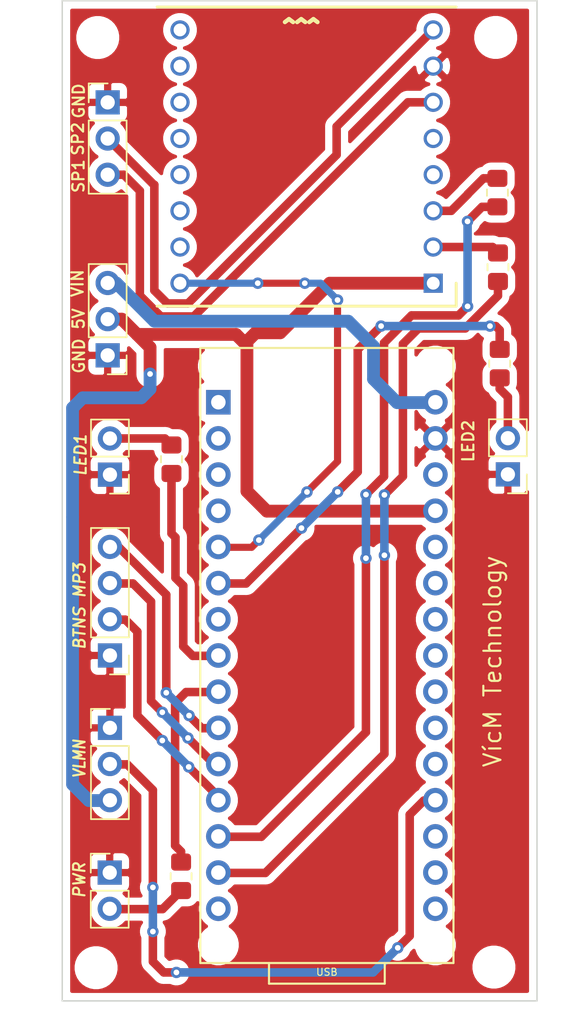
<source format=kicad_pcb>
(kicad_pcb (version 20171130) (host pcbnew "(5.1.10)-1")

  (general
    (thickness 1.6)
    (drawings 18)
    (tracks 193)
    (zones 0)
    (modules 18)
    (nets 21)
  )

  (page A4)
  (layers
    (0 F.Cu signal)
    (31 B.Cu signal)
    (32 B.Adhes user)
    (33 F.Adhes user)
    (34 B.Paste user)
    (35 F.Paste user)
    (36 B.SilkS user)
    (37 F.SilkS user)
    (38 B.Mask user)
    (39 F.Mask user)
    (40 Dwgs.User user)
    (41 Cmts.User user)
    (42 Eco1.User user)
    (43 Eco2.User user)
    (44 Edge.Cuts user)
    (45 Margin user)
    (46 B.CrtYd user)
    (47 F.CrtYd user)
    (48 B.Fab user)
    (49 F.Fab user)
  )

  (setup
    (last_trace_width 0.25)
    (user_trace_width 0.5)
    (user_trace_width 0.6)
    (user_trace_width 0.7)
    (user_trace_width 0.8)
    (user_trace_width 0.9)
    (user_trace_width 1)
    (trace_clearance 0.2)
    (zone_clearance 0.508)
    (zone_45_only no)
    (trace_min 0.2)
    (via_size 0.8)
    (via_drill 0.4)
    (via_min_size 0.4)
    (via_min_drill 0.3)
    (uvia_size 0.3)
    (uvia_drill 0.1)
    (uvias_allowed no)
    (uvia_min_size 0.2)
    (uvia_min_drill 0.1)
    (edge_width 0.05)
    (segment_width 0.2)
    (pcb_text_width 0.3)
    (pcb_text_size 1.5 1.5)
    (mod_edge_width 0.12)
    (mod_text_size 1 1)
    (mod_text_width 0.15)
    (pad_size 1.7 1.7)
    (pad_drill 1)
    (pad_to_mask_clearance 0)
    (aux_axis_origin 0 0)
    (visible_elements 7FFFFFFF)
    (pcbplotparams
      (layerselection 0x010f0_ffffffff)
      (usegerberextensions true)
      (usegerberattributes true)
      (usegerberadvancedattributes true)
      (creategerberjobfile true)
      (excludeedgelayer true)
      (linewidth 0.100000)
      (plotframeref false)
      (viasonmask false)
      (mode 1)
      (useauxorigin false)
      (hpglpennumber 1)
      (hpglpenspeed 20)
      (hpglpendiameter 15.000000)
      (psnegative false)
      (psa4output false)
      (plotreference true)
      (plotvalue false)
      (plotinvisibletext false)
      (padsonsilk true)
      (subtractmaskfromsilk false)
      (outputformat 1)
      (mirror false)
      (drillshape 0)
      (scaleselection 1)
      (outputdirectory "gerbers/"))
  )

  (net 0 "")
  (net 1 GND)
  (net 2 "Net-(A1-PadVIN)")
  (net 3 "Net-(A1-Pad5V)")
  (net 4 "Net-(A1-PadD11)")
  (net 5 "Net-(A1-PadD10)")
  (net 6 "Net-(A1-PadD9)")
  (net 7 "Net-(A1-PadD8)")
  (net 8 "Net-(A1-PadD7)")
  (net 9 "Net-(A1-PadD6)")
  (net 10 "Net-(A1-PadD5)")
  (net 11 "Net-(A1-PadD3)")
  (net 12 "Net-(J2-Pad2)")
  (net 13 "Net-(J2-Pad3)")
  (net 14 "Net-(R2-Pad2)")
  (net 15 "Net-(R1-Pad2)")
  (net 16 "Net-(A1-PadA0)")
  (net 17 "Net-(J1-Pad2)")
  (net 18 "Net-(J3-Pad2)")
  (net 19 "Net-(A1-PadD2)")
  (net 20 "Net-(J5-Pad2)")

  (net_class Default "This is the default net class."
    (clearance 0.2)
    (trace_width 0.25)
    (via_dia 0.8)
    (via_drill 0.4)
    (uvia_dia 0.3)
    (uvia_drill 0.1)
    (add_net GND)
    (add_net "Net-(A1-Pad5V)")
    (add_net "Net-(A1-PadA0)")
    (add_net "Net-(A1-PadD10)")
    (add_net "Net-(A1-PadD11)")
    (add_net "Net-(A1-PadD2)")
    (add_net "Net-(A1-PadD3)")
    (add_net "Net-(A1-PadD5)")
    (add_net "Net-(A1-PadD6)")
    (add_net "Net-(A1-PadD7)")
    (add_net "Net-(A1-PadD8)")
    (add_net "Net-(A1-PadD9)")
    (add_net "Net-(A1-PadVIN)")
    (add_net "Net-(J1-Pad2)")
    (add_net "Net-(J2-Pad2)")
    (add_net "Net-(J2-Pad3)")
    (add_net "Net-(J3-Pad2)")
    (add_net "Net-(J5-Pad2)")
    (add_net "Net-(R1-Pad2)")
    (add_net "Net-(R2-Pad2)")
  )

  (module Connector_PinHeader_2.54mm:PinHeader_1x02_P2.54mm_Vertical (layer F.Cu) (tedit 610A6352) (tstamp 61081B3B)
    (at 515.14756 -565.19064 180)
    (descr "Through hole straight pin header, 1x02, 2.54mm pitch, single row")
    (tags "Through hole pin header THT 1x02 2.54mm single row")
    (path /610831BA)
    (fp_text reference J5 (at 0.05588 -2.68986) (layer F.SilkS) hide
      (effects (font (size 1 1) (thickness 0.15)))
    )
    (fp_text value Conn_01x02_Female (at 0 4.87) (layer F.Fab) hide
      (effects (font (size 1 1) (thickness 0.15)))
    )
    (fp_line (start 1.8 -1.8) (end -1.8 -1.8) (layer F.CrtYd) (width 0.05))
    (fp_line (start 1.8 4.35) (end 1.8 -1.8) (layer F.CrtYd) (width 0.05))
    (fp_line (start -1.8 4.35) (end 1.8 4.35) (layer F.CrtYd) (width 0.05))
    (fp_line (start -1.8 -1.8) (end -1.8 4.35) (layer F.CrtYd) (width 0.05))
    (fp_line (start -1.33 -1.33) (end 0 -1.33) (layer F.SilkS) (width 0.12))
    (fp_line (start -1.33 0) (end -1.33 -1.33) (layer F.SilkS) (width 0.12))
    (fp_line (start -1.33 1.27) (end 1.33 1.27) (layer F.SilkS) (width 0.12))
    (fp_line (start 1.33 1.27) (end 1.33 3.87) (layer F.SilkS) (width 0.12))
    (fp_line (start -1.33 1.27) (end -1.33 3.87) (layer F.SilkS) (width 0.12))
    (fp_line (start -1.33 3.87) (end 1.33 3.87) (layer F.SilkS) (width 0.12))
    (fp_line (start -1.27 -0.635) (end -0.635 -1.27) (layer F.Fab) (width 0.1))
    (fp_line (start -1.27 3.81) (end -1.27 -0.635) (layer F.Fab) (width 0.1))
    (fp_line (start 1.27 3.81) (end -1.27 3.81) (layer F.Fab) (width 0.1))
    (fp_line (start 1.27 -1.27) (end 1.27 3.81) (layer F.Fab) (width 0.1))
    (fp_line (start -0.635 -1.27) (end 1.27 -1.27) (layer F.Fab) (width 0.1))
    (fp_text user %R (at 0 1.27 90) (layer F.Fab)
      (effects (font (size 1 1) (thickness 0.15)))
    )
    (pad 2 thru_hole oval (at 0 2.54 180) (size 1.7 1.7) (drill 1) (layers *.Cu *.Mask)
      (net 20 "Net-(J5-Pad2)"))
    (pad 1 thru_hole rect (at 0 0 180) (size 1.7 1.7) (drill 1) (layers *.Cu *.Mask)
      (net 1 GND))
    (model ${KISYS3DMOD}/Connector_PinHeader_2.54mm.3dshapes/PinHeader_1x02_P2.54mm_Vertical.wrl
      (at (xyz 0 0 0))
      (scale (xyz 1 1 1))
      (rotate (xyz 0 0 0))
    )
  )

  (module Connector_PinHeader_2.54mm:PinHeader_1x02_P2.54mm_Vertical (layer F.Cu) (tedit 59FED5CC) (tstamp 60E33041)
    (at 487.20502 -565.17032 180)
    (descr "Through hole straight pin header, 1x02, 2.54mm pitch, single row")
    (tags "Through hole pin header THT 1x02 2.54mm single row")
    (path /61081FD0)
    (fp_text reference J3 (at 3.47472 -2.52476) (layer F.SilkS) hide
      (effects (font (size 1 1) (thickness 0.15)))
    )
    (fp_text value Conn_01x02_Female (at 0 4.87) (layer F.Fab)
      (effects (font (size 1 1) (thickness 0.15)))
    )
    (fp_line (start 1.8 -1.8) (end -1.8 -1.8) (layer F.CrtYd) (width 0.05))
    (fp_line (start 1.8 4.35) (end 1.8 -1.8) (layer F.CrtYd) (width 0.05))
    (fp_line (start -1.8 4.35) (end 1.8 4.35) (layer F.CrtYd) (width 0.05))
    (fp_line (start -1.8 -1.8) (end -1.8 4.35) (layer F.CrtYd) (width 0.05))
    (fp_line (start -1.33 -1.33) (end 0 -1.33) (layer F.SilkS) (width 0.12))
    (fp_line (start -1.33 0) (end -1.33 -1.33) (layer F.SilkS) (width 0.12))
    (fp_line (start -1.33 1.27) (end 1.33 1.27) (layer F.SilkS) (width 0.12))
    (fp_line (start 1.33 1.27) (end 1.33 3.87) (layer F.SilkS) (width 0.12))
    (fp_line (start -1.33 1.27) (end -1.33 3.87) (layer F.SilkS) (width 0.12))
    (fp_line (start -1.33 3.87) (end 1.33 3.87) (layer F.SilkS) (width 0.12))
    (fp_line (start -1.27 -0.635) (end -0.635 -1.27) (layer F.Fab) (width 0.1))
    (fp_line (start -1.27 3.81) (end -1.27 -0.635) (layer F.Fab) (width 0.1))
    (fp_line (start 1.27 3.81) (end -1.27 3.81) (layer F.Fab) (width 0.1))
    (fp_line (start 1.27 -1.27) (end 1.27 3.81) (layer F.Fab) (width 0.1))
    (fp_line (start -0.635 -1.27) (end 1.27 -1.27) (layer F.Fab) (width 0.1))
    (fp_text user %R (at 0 1.27 90) (layer F.Fab)
      (effects (font (size 1 1) (thickness 0.15)))
    )
    (pad 2 thru_hole oval (at 0 2.54 180) (size 1.7 1.7) (drill 1) (layers *.Cu *.Mask)
      (net 18 "Net-(J3-Pad2)"))
    (pad 1 thru_hole rect (at 0 0 180) (size 1.7 1.7) (drill 1) (layers *.Cu *.Mask)
      (net 1 GND))
    (model ${KISYS3DMOD}/Connector_PinHeader_2.54mm.3dshapes/PinHeader_1x02_P2.54mm_Vertical.wrl
      (at (xyz 0 0 0))
      (scale (xyz 1 1 1))
      (rotate (xyz 0 0 0))
    )
  )

  (module DFR0299:DIPS1778W50P254L2100H170Q16N (layer F.Cu) (tedit 6103EA83) (tstamp 60CE3385)
    (at 509.905 -578.612 180)
    (descr MP3-TF-16P)
    (tags "Undefined or Miscellaneous")
    (path /60B10216)
    (fp_text reference U1 (at 15.367 1.397) (layer F.SilkS) hide
      (effects (font (size 1.27 1.27) (thickness 0.254)))
    )
    (fp_text value DFR0299 (at 0 0) (layer F.SilkS) hide
      (effects (font (size 1.27 1.27) (thickness 0.254)))
    )
    (fp_line (start -1.61 -1.61) (end -1.61 0) (layer F.SilkS) (width 0.2))
    (fp_line (start 19.39 -1.61) (end -1.61 -1.61) (layer F.SilkS) (width 0.2))
    (fp_line (start -1.61 19.39) (end 19.39 19.39) (layer F.SilkS) (width 0.2))
    (fp_line (start -1.61 -0.34) (end -0.34 -1.61) (layer F.Fab) (width 0.1))
    (fp_line (start -1.61 19.39) (end -1.61 -1.61) (layer F.Fab) (width 0.1))
    (fp_line (start 19.39 19.39) (end -1.61 19.39) (layer F.Fab) (width 0.1))
    (fp_line (start 19.39 -1.61) (end 19.39 19.39) (layer F.Fab) (width 0.1))
    (fp_line (start -1.61 -1.61) (end 19.39 -1.61) (layer F.Fab) (width 0.1))
    (fp_line (start -1.86 19.64) (end -1.86 -1.86) (layer F.CrtYd) (width 0.05))
    (fp_line (start 19.64 19.64) (end -1.86 19.64) (layer F.CrtYd) (width 0.05))
    (fp_line (start 19.64 -1.86) (end 19.64 19.64) (layer F.CrtYd) (width 0.05))
    (fp_line (start -1.86 -1.86) (end 19.64 -1.86) (layer F.CrtYd) (width 0.05))
    (fp_text user %R (at 0 0) (layer F.Fab)
      (effects (font (size 1.27 1.27) (thickness 0.254)))
    )
    (pad 1 thru_hole rect (at 0 0 180) (size 1.35 1.35) (drill 0.9) (layers *.Cu *.Mask)
      (net 3 "Net-(A1-Pad5V)"))
    (pad 2 thru_hole circle (at 0 2.54 180) (size 1.35 1.35) (drill 0.9) (layers *.Cu *.Mask)
      (net 14 "Net-(R2-Pad2)"))
    (pad 3 thru_hole circle (at 0 5.08 180) (size 1.35 1.35) (drill 0.9) (layers *.Cu *.Mask)
      (net 15 "Net-(R1-Pad2)"))
    (pad 4 thru_hole circle (at 0 7.62 180) (size 1.35 1.35) (drill 0.9) (layers *.Cu *.Mask))
    (pad 5 thru_hole circle (at 0 10.16 180) (size 1.35 1.35) (drill 0.9) (layers *.Cu *.Mask))
    (pad 6 thru_hole circle (at 0 12.7 180) (size 1.35 1.35) (drill 0.9) (layers *.Cu *.Mask)
      (net 13 "Net-(J2-Pad3)"))
    (pad 7 thru_hole circle (at 0 15.24 180) (size 1.35 1.35) (drill 0.9) (layers *.Cu *.Mask)
      (net 1 GND))
    (pad 8 thru_hole circle (at 0 17.78 180) (size 1.35 1.35) (drill 0.9) (layers *.Cu *.Mask)
      (net 12 "Net-(J2-Pad2)"))
    (pad 9 thru_hole circle (at 17.78 17.78 180) (size 1.35 1.35) (drill 0.9) (layers *.Cu *.Mask))
    (pad 10 thru_hole circle (at 17.78 15.24 180) (size 1.35 1.35) (drill 0.9) (layers *.Cu *.Mask))
    (pad 11 thru_hole circle (at 17.78 12.7 180) (size 1.35 1.35) (drill 0.9) (layers *.Cu *.Mask))
    (pad 12 thru_hole circle (at 17.78 10.16 180) (size 1.35 1.35) (drill 0.9) (layers *.Cu *.Mask))
    (pad 13 thru_hole circle (at 17.78 7.62 180) (size 1.35 1.35) (drill 0.9) (layers *.Cu *.Mask))
    (pad 14 thru_hole circle (at 17.78 5.08 180) (size 1.35 1.35) (drill 0.9) (layers *.Cu *.Mask))
    (pad 15 thru_hole circle (at 17.78 2.54 180) (size 1.35 1.35) (drill 0.9) (layers *.Cu *.Mask))
    (pad 16 thru_hole circle (at 17.78 0 180) (size 1.35 1.35) (drill 0.9) (layers *.Cu *.Mask)
      (net 19 "Net-(A1-PadD2)"))
    (model "D:/Users/SpaceRonin/Herramientas/KiCad/3D/dfplayer-mini-3.snapshot.1/DFPlayer Mini Assem v1.step"
      (offset (xyz 9 -9 3))
      (scale (xyz 1 1 1))
      (rotate (xyz -90 0 0))
    )
  )

  (module Arduino:Arduino_Nano_Socket (layer F.Cu) (tedit 6103E4CD) (tstamp 60B10968)
    (at 502.4374 -530.8854)
    (descr https://store.arduino.cc/arduino-nano)
    (path /60AE7ECE)
    (fp_text reference A1 (at 6.604 1.016) (layer F.SilkS) hide
      (effects (font (size 1 1) (thickness 0.15)))
    )
    (fp_text value Arduino_Nano_v3.x (at 0 -21.082 90) (layer F.Fab)
      (effects (font (size 1 1) (thickness 0.15)))
    )
    (fp_circle (center 0 -39.37) (end 0.508 -39.37) (layer F.Fab) (width 0.15))
    (fp_circle (center 2.54 -39.37) (end 3.048 -39.37) (layer F.Fab) (width 0.15))
    (fp_circle (center 2.54 -41.91) (end 3.048 -41.91) (layer F.Fab) (width 0.15))
    (fp_circle (center -2.54 -39.37) (end -2.032 -39.37) (layer F.Fab) (width 0.15))
    (fp_circle (center 0 -41.91) (end 0.508 -41.91) (layer F.Fab) (width 0.15))
    (fp_circle (center -2.54 -41.91) (end -2.032 -41.91) (layer F.Fab) (width 0.15))
    (fp_line (start -3.302 1.778) (end -9.144 1.778) (layer F.CrtYd) (width 0.15))
    (fp_line (start -9.144 1.778) (end -9.144 -22.606) (layer F.CrtYd) (width 0.15))
    (fp_line (start -9.144 -22.606) (end -9.144 -43.434) (layer F.CrtYd) (width 0.15))
    (fp_line (start -9.144 -43.434) (end 9.144 -43.434) (layer F.CrtYd) (width 0.15))
    (fp_line (start 9.144 -43.434) (end 9.144 1.778) (layer F.CrtYd) (width 0.15))
    (fp_line (start 9.144 1.778) (end -3.302 1.778) (layer F.CrtYd) (width 0.15))
    (fp_line (start -4.064 0) (end -4.064 1.45) (layer F.SilkS) (width 0.15))
    (fp_line (start -4.064 1.45) (end 4.064 1.45) (layer F.SilkS) (width 0.15))
    (fp_line (start 4.064 1.45) (end 4.064 0) (layer F.SilkS) (width 0.15))
    (fp_line (start -8.89 -43.18) (end 8.89 -43.18) (layer F.SilkS) (width 0.15))
    (fp_line (start -8.89 0) (end 8.89 0) (layer F.SilkS) (width 0.15))
    (fp_line (start 8.89 -43.18) (end 8.89 0) (layer F.SilkS) (width 0.15))
    (fp_line (start -8.89 -43.18) (end -8.89 0) (layer F.SilkS) (width 0.15))
    (fp_text user ICSP (at 0 -40.64) (layer F.Fab)
      (effects (font (size 1 1) (thickness 0.15)))
    )
    (fp_text user USB (at 0 0.635) (layer F.SilkS)
      (effects (font (size 0.5 0.5) (thickness 0.075)))
    )
    (pad "" np_thru_hole circle (at 7.62 -1.27) (size 1.85 1.85) (drill 1.85) (layers *.Cu *.Mask))
    (pad "" np_thru_hole circle (at -7.62 -1.27) (size 1.85 1.85) (drill 1.85) (layers *.Cu *.Mask))
    (pad "" np_thru_hole circle (at 7.62 -41.91) (size 1.85 1.85) (drill 1.85) (layers *.Cu *.Mask))
    (pad "" np_thru_hole circle (at -7.62 -41.91) (size 1.85 1.85) (drill 1.85) (layers *.Cu *.Mask))
    (pad D1 thru_hole rect (at -7.62 -39.37) (size 1.7272 1.7272) (drill 1.016) (layers *.Cu *.Mask))
    (pad D0 thru_hole circle (at -7.62 -36.83) (size 1.7272 1.7272) (drill 1.016) (layers *.Cu *.Mask))
    (pad RST1 thru_hole circle (at -7.62 -34.29) (size 1.7272 1.7272) (drill 1.016) (layers *.Cu *.Mask))
    (pad GND1 thru_hole circle (at -7.62 -31.75) (size 1.7272 1.7272) (drill 1.016) (layers *.Cu *.Mask))
    (pad D2 thru_hole circle (at -7.62 -29.21) (size 1.7272 1.7272) (drill 1.016) (layers *.Cu *.Mask)
      (net 19 "Net-(A1-PadD2)"))
    (pad D3 thru_hole circle (at -7.62 -26.67) (size 1.7272 1.7272) (drill 1.016) (layers *.Cu *.Mask)
      (net 11 "Net-(A1-PadD3)"))
    (pad D4 thru_hole circle (at -7.62 -24.13) (size 1.7272 1.7272) (drill 1.016) (layers *.Cu *.Mask))
    (pad D5 thru_hole circle (at -7.62 -21.59) (size 1.7272 1.7272) (drill 1.016) (layers *.Cu *.Mask)
      (net 10 "Net-(A1-PadD5)"))
    (pad D6 thru_hole circle (at -7.62 -19.05) (size 1.7272 1.7272) (drill 1.016) (layers *.Cu *.Mask)
      (net 9 "Net-(A1-PadD6)"))
    (pad D7 thru_hole circle (at -7.62 -16.51) (size 1.7272 1.7272) (drill 1.016) (layers *.Cu *.Mask)
      (net 8 "Net-(A1-PadD7)"))
    (pad D8 thru_hole circle (at -7.62 -13.97) (size 1.7272 1.7272) (drill 1.016) (layers *.Cu *.Mask)
      (net 7 "Net-(A1-PadD8)"))
    (pad D9 thru_hole circle (at -7.62 -11.43) (size 1.7272 1.7272) (drill 1.016) (layers *.Cu *.Mask)
      (net 6 "Net-(A1-PadD9)"))
    (pad D10 thru_hole circle (at -7.62 -8.89) (size 1.7272 1.7272) (drill 1.016) (layers *.Cu *.Mask)
      (net 5 "Net-(A1-PadD10)"))
    (pad D11 thru_hole circle (at -7.62 -6.35) (size 1.7272 1.7272) (drill 1.016) (layers *.Cu *.Mask)
      (net 4 "Net-(A1-PadD11)"))
    (pad D12 thru_hole circle (at -7.62 -3.81) (size 1.7272 1.7272) (drill 1.016) (layers *.Cu *.Mask))
    (pad D13 thru_hole circle (at 7.62 -3.81) (size 1.7272 1.7272) (drill 1.016) (layers *.Cu *.Mask))
    (pad 3V3 thru_hole circle (at 7.62 -6.35) (size 1.7272 1.7272) (drill 1.016) (layers *.Cu *.Mask))
    (pad AREF thru_hole circle (at 7.62 -8.89) (size 1.7272 1.7272) (drill 1.016) (layers *.Cu *.Mask))
    (pad A0 thru_hole circle (at 7.62 -11.43) (size 1.7272 1.7272) (drill 1.016) (layers *.Cu *.Mask)
      (net 16 "Net-(A1-PadA0)"))
    (pad A1 thru_hole circle (at 7.62 -13.97) (size 1.7272 1.7272) (drill 1.016) (layers *.Cu *.Mask))
    (pad A2 thru_hole circle (at 7.62 -16.51) (size 1.7272 1.7272) (drill 1.016) (layers *.Cu *.Mask))
    (pad A3 thru_hole circle (at 7.62 -19.05) (size 1.7272 1.7272) (drill 1.016) (layers *.Cu *.Mask))
    (pad A4 thru_hole circle (at 7.62 -21.59) (size 1.7272 1.7272) (drill 1.016) (layers *.Cu *.Mask))
    (pad A5 thru_hole circle (at 7.62 -24.13) (size 1.7272 1.7272) (drill 1.016) (layers *.Cu *.Mask))
    (pad A6 thru_hole circle (at 7.62 -26.67) (size 1.7272 1.7272) (drill 1.016) (layers *.Cu *.Mask))
    (pad A7 thru_hole circle (at 7.62 -29.21) (size 1.7272 1.7272) (drill 1.016) (layers *.Cu *.Mask))
    (pad 5V thru_hole circle (at 7.62 -31.75) (size 1.7272 1.7272) (drill 1.016) (layers *.Cu *.Mask)
      (net 3 "Net-(A1-Pad5V)"))
    (pad RST2 thru_hole circle (at 7.62 -34.29) (size 1.7272 1.7272) (drill 1.016) (layers *.Cu *.Mask))
    (pad GND2 thru_hole circle (at 7.62 -36.83) (size 1.7272 1.7272) (drill 1.016) (layers *.Cu *.Mask)
      (net 1 GND))
    (pad VIN thru_hole circle (at 7.62 -39.37) (size 1.7272 1.7272) (drill 1.016) (layers *.Cu *.Mask)
      (net 2 "Net-(A1-PadVIN)"))
    (model "D:/Users/SpaceRonin/Herramientas/KiCad/3D/arduino nano.STEP"
      (offset (xyz -7.8 39.5 2.5))
      (scale (xyz 1 1.02 1.02))
      (rotate (xyz -90 0 90))
    )
  )

  (module Connector_PinHeader_2.54mm:PinHeader_1x03_P2.54mm_Vertical (layer F.Cu) (tedit 59FED5CC) (tstamp 60CF820B)
    (at 487.045 -591.30692)
    (descr "Through hole straight pin header, 1x03, 2.54mm pitch, single row")
    (tags "Through hole pin header THT 1x03 2.54mm single row")
    (path /60D3E65B)
    (fp_text reference J2 (at 0 -2.33) (layer F.SilkS) hide
      (effects (font (size 1 1) (thickness 0.15)))
    )
    (fp_text value Conn_01x03_Female (at 0 7.41) (layer F.Fab) hide
      (effects (font (size 1 1) (thickness 0.15)))
    )
    (fp_line (start 1.8 -1.8) (end -1.8 -1.8) (layer F.CrtYd) (width 0.05))
    (fp_line (start 1.8 6.85) (end 1.8 -1.8) (layer F.CrtYd) (width 0.05))
    (fp_line (start -1.8 6.85) (end 1.8 6.85) (layer F.CrtYd) (width 0.05))
    (fp_line (start -1.8 -1.8) (end -1.8 6.85) (layer F.CrtYd) (width 0.05))
    (fp_line (start -1.33 -1.33) (end 0 -1.33) (layer F.SilkS) (width 0.12))
    (fp_line (start -1.33 0) (end -1.33 -1.33) (layer F.SilkS) (width 0.12))
    (fp_line (start -1.33 1.27) (end 1.33 1.27) (layer F.SilkS) (width 0.12))
    (fp_line (start 1.33 1.27) (end 1.33 6.41) (layer F.SilkS) (width 0.12))
    (fp_line (start -1.33 1.27) (end -1.33 6.41) (layer F.SilkS) (width 0.12))
    (fp_line (start -1.33 6.41) (end 1.33 6.41) (layer F.SilkS) (width 0.12))
    (fp_line (start -1.27 -0.635) (end -0.635 -1.27) (layer F.Fab) (width 0.1))
    (fp_line (start -1.27 6.35) (end -1.27 -0.635) (layer F.Fab) (width 0.1))
    (fp_line (start 1.27 6.35) (end -1.27 6.35) (layer F.Fab) (width 0.1))
    (fp_line (start 1.27 -1.27) (end 1.27 6.35) (layer F.Fab) (width 0.1))
    (fp_line (start -0.635 -1.27) (end 1.27 -1.27) (layer F.Fab) (width 0.1))
    (fp_text user %R (at 0 2.54 90) (layer F.Fab)
      (effects (font (size 1 1) (thickness 0.15)))
    )
    (pad 3 thru_hole oval (at 0 5.08) (size 1.7 1.7) (drill 1) (layers *.Cu *.Mask)
      (net 13 "Net-(J2-Pad3)"))
    (pad 2 thru_hole oval (at 0 2.54) (size 1.7 1.7) (drill 1) (layers *.Cu *.Mask)
      (net 12 "Net-(J2-Pad2)"))
    (pad 1 thru_hole rect (at 0 0) (size 1.7 1.7) (drill 1) (layers *.Cu *.Mask)
      (net 1 GND))
    (model ${KISYS3DMOD}/Connector_PinHeader_2.54mm.3dshapes/PinHeader_1x03_P2.54mm_Vertical.wrl
      (at (xyz 0 0 0))
      (scale (xyz 1 1 1))
      (rotate (xyz 0 0 0))
    )
  )

  (module Resistor_SMD:R_0805_2012Metric_Pad1.20x1.40mm_HandSolder (layer F.Cu) (tedit 5F68FEEE) (tstamp 60E31B7D)
    (at 514.4135 -584.97292 90)
    (descr "Resistor SMD 0805 (2012 Metric), square (rectangular) end terminal, IPC_7351 nominal with elongated pad for handsoldering. (Body size source: IPC-SM-782 page 72, https://www.pcb-3d.com/wordpress/wp-content/uploads/ipc-sm-782a_amendment_1_and_2.pdf), generated with kicad-footprint-generator")
    (tags "resistor handsolder")
    (path /60E1BDF4)
    (attr smd)
    (fp_text reference R1 (at 0 -1.65 90) (layer F.SilkS) hide
      (effects (font (size 1 1) (thickness 0.15)))
    )
    (fp_text value R (at 0 1.65 90) (layer F.Fab)
      (effects (font (size 1 1) (thickness 0.15)))
    )
    (fp_line (start 1.85 0.95) (end -1.85 0.95) (layer F.CrtYd) (width 0.05))
    (fp_line (start 1.85 -0.95) (end 1.85 0.95) (layer F.CrtYd) (width 0.05))
    (fp_line (start -1.85 -0.95) (end 1.85 -0.95) (layer F.CrtYd) (width 0.05))
    (fp_line (start -1.85 0.95) (end -1.85 -0.95) (layer F.CrtYd) (width 0.05))
    (fp_line (start -0.227064 0.735) (end 0.227064 0.735) (layer F.SilkS) (width 0.12))
    (fp_line (start -0.227064 -0.735) (end 0.227064 -0.735) (layer F.SilkS) (width 0.12))
    (fp_line (start 1 0.625) (end -1 0.625) (layer F.Fab) (width 0.1))
    (fp_line (start 1 -0.625) (end 1 0.625) (layer F.Fab) (width 0.1))
    (fp_line (start -1 -0.625) (end 1 -0.625) (layer F.Fab) (width 0.1))
    (fp_line (start -1 0.625) (end -1 -0.625) (layer F.Fab) (width 0.1))
    (fp_text user %R (at 0 0 90) (layer F.Fab)
      (effects (font (size 0.5 0.5) (thickness 0.08)))
    )
    (pad 1 smd roundrect (at -1 0 90) (size 1.2 1.4) (layers F.Cu F.Paste F.Mask) (roundrect_rratio 0.2083325)
      (net 5 "Net-(A1-PadD10)"))
    (pad 2 smd roundrect (at 1 0 90) (size 1.2 1.4) (layers F.Cu F.Paste F.Mask) (roundrect_rratio 0.2083325)
      (net 15 "Net-(R1-Pad2)"))
    (model ${KISYS3DMOD}/Resistor_SMD.3dshapes/R_0805_2012Metric.wrl
      (at (xyz 0 0 0))
      (scale (xyz 1 1 1))
      (rotate (xyz 0 0 0))
    )
  )

  (module Resistor_SMD:R_0805_2012Metric_Pad1.20x1.40mm_HandSolder (layer F.Cu) (tedit 5F68FEEE) (tstamp 60E31B8E)
    (at 514.4516 -579.73544 90)
    (descr "Resistor SMD 0805 (2012 Metric), square (rectangular) end terminal, IPC_7351 nominal with elongated pad for handsoldering. (Body size source: IPC-SM-782 page 72, https://www.pcb-3d.com/wordpress/wp-content/uploads/ipc-sm-782a_amendment_1_and_2.pdf), generated with kicad-footprint-generator")
    (tags "resistor handsolder")
    (path /60E1C497)
    (attr smd)
    (fp_text reference R2 (at 0 -1.65 90) (layer F.SilkS) hide
      (effects (font (size 1 1) (thickness 0.15)))
    )
    (fp_text value R (at 0 1.65 90) (layer F.Fab)
      (effects (font (size 1 1) (thickness 0.15)))
    )
    (fp_line (start -1 0.625) (end -1 -0.625) (layer F.Fab) (width 0.1))
    (fp_line (start -1 -0.625) (end 1 -0.625) (layer F.Fab) (width 0.1))
    (fp_line (start 1 -0.625) (end 1 0.625) (layer F.Fab) (width 0.1))
    (fp_line (start 1 0.625) (end -1 0.625) (layer F.Fab) (width 0.1))
    (fp_line (start -0.227064 -0.735) (end 0.227064 -0.735) (layer F.SilkS) (width 0.12))
    (fp_line (start -0.227064 0.735) (end 0.227064 0.735) (layer F.SilkS) (width 0.12))
    (fp_line (start -1.85 0.95) (end -1.85 -0.95) (layer F.CrtYd) (width 0.05))
    (fp_line (start -1.85 -0.95) (end 1.85 -0.95) (layer F.CrtYd) (width 0.05))
    (fp_line (start 1.85 -0.95) (end 1.85 0.95) (layer F.CrtYd) (width 0.05))
    (fp_line (start 1.85 0.95) (end -1.85 0.95) (layer F.CrtYd) (width 0.05))
    (fp_text user %R (at 0 0 90) (layer F.Fab)
      (effects (font (size 0.5 0.5) (thickness 0.08)))
    )
    (pad 2 smd roundrect (at 1 0 90) (size 1.2 1.4) (layers F.Cu F.Paste F.Mask) (roundrect_rratio 0.2083325)
      (net 14 "Net-(R2-Pad2)"))
    (pad 1 smd roundrect (at -1 0 90) (size 1.2 1.4) (layers F.Cu F.Paste F.Mask) (roundrect_rratio 0.2083325)
      (net 4 "Net-(A1-PadD11)"))
    (model ${KISYS3DMOD}/Resistor_SMD.3dshapes/R_0805_2012Metric.wrl
      (at (xyz 0 0 0))
      (scale (xyz 1 1 1))
      (rotate (xyz 0 0 0))
    )
  )

  (module Connector_PinHeader_2.54mm:PinHeader_1x02_P2.54mm_Vertical (layer F.Cu) (tedit 59FED5CC) (tstamp 60E33303)
    (at 487.18978 -537.23286)
    (descr "Through hole straight pin header, 1x02, 2.54mm pitch, single row")
    (tags "Through hole pin header THT 1x02 2.54mm single row")
    (path /60E9E6D2)
    (fp_text reference J1 (at 0 -2.33) (layer F.SilkS) hide
      (effects (font (size 1 1) (thickness 0.15)))
    )
    (fp_text value " " (at 0 4.87) (layer F.Fab)
      (effects (font (size 1 1) (thickness 0.15)))
    )
    (fp_line (start -0.635 -1.27) (end 1.27 -1.27) (layer F.Fab) (width 0.1))
    (fp_line (start 1.27 -1.27) (end 1.27 3.81) (layer F.Fab) (width 0.1))
    (fp_line (start 1.27 3.81) (end -1.27 3.81) (layer F.Fab) (width 0.1))
    (fp_line (start -1.27 3.81) (end -1.27 -0.635) (layer F.Fab) (width 0.1))
    (fp_line (start -1.27 -0.635) (end -0.635 -1.27) (layer F.Fab) (width 0.1))
    (fp_line (start -1.33 3.87) (end 1.33 3.87) (layer F.SilkS) (width 0.12))
    (fp_line (start -1.33 1.27) (end -1.33 3.87) (layer F.SilkS) (width 0.12))
    (fp_line (start 1.33 1.27) (end 1.33 3.87) (layer F.SilkS) (width 0.12))
    (fp_line (start -1.33 1.27) (end 1.33 1.27) (layer F.SilkS) (width 0.12))
    (fp_line (start -1.33 0) (end -1.33 -1.33) (layer F.SilkS) (width 0.12))
    (fp_line (start -1.33 -1.33) (end 0 -1.33) (layer F.SilkS) (width 0.12))
    (fp_line (start -1.8 -1.8) (end -1.8 4.35) (layer F.CrtYd) (width 0.05))
    (fp_line (start -1.8 4.35) (end 1.8 4.35) (layer F.CrtYd) (width 0.05))
    (fp_line (start 1.8 4.35) (end 1.8 -1.8) (layer F.CrtYd) (width 0.05))
    (fp_line (start 1.8 -1.8) (end -1.8 -1.8) (layer F.CrtYd) (width 0.05))
    (fp_text user " " (at 0 1.27 90) (layer F.Fab)
      (effects (font (size 1 1) (thickness 0.15)))
    )
    (pad 2 thru_hole oval (at 0 2.54) (size 1.7 1.7) (drill 1) (layers *.Cu *.Mask)
      (net 17 "Net-(J1-Pad2)"))
    (pad 1 thru_hole rect (at 0 0) (size 1.7 1.7) (drill 1) (layers *.Cu *.Mask)
      (net 1 GND))
    (model ${KISYS3DMOD}/Connector_PinHeader_2.54mm.3dshapes/PinHeader_1x02_P2.54mm_Vertical.wrl
      (at (xyz 0 0 0))
      (scale (xyz 1 1 1))
      (rotate (xyz 0 0 0))
    )
  )

  (module Connector_PinHeader_2.54mm:PinHeader_1x04_P2.54mm_Vertical (layer F.Cu) (tedit 59FED5CC) (tstamp 60E3331B)
    (at 487.20502 -552.47794 180)
    (descr "Through hole straight pin header, 1x04, 2.54mm pitch, single row")
    (tags "Through hole pin header THT 1x04 2.54mm single row")
    (path /60E3B1BC)
    (fp_text reference J4 (at 0 -2.33) (layer F.SilkS) hide
      (effects (font (size 1 1) (thickness 0.15)))
    )
    (fp_text value Conn_01x04_Female (at 0 9.95) (layer F.Fab)
      (effects (font (size 1 1) (thickness 0.15)))
    )
    (fp_line (start -0.635 -1.27) (end 1.27 -1.27) (layer F.Fab) (width 0.1))
    (fp_line (start 1.27 -1.27) (end 1.27 8.89) (layer F.Fab) (width 0.1))
    (fp_line (start 1.27 8.89) (end -1.27 8.89) (layer F.Fab) (width 0.1))
    (fp_line (start -1.27 8.89) (end -1.27 -0.635) (layer F.Fab) (width 0.1))
    (fp_line (start -1.27 -0.635) (end -0.635 -1.27) (layer F.Fab) (width 0.1))
    (fp_line (start -1.33 8.95) (end 1.33 8.95) (layer F.SilkS) (width 0.12))
    (fp_line (start -1.33 1.27) (end -1.33 8.95) (layer F.SilkS) (width 0.12))
    (fp_line (start 1.33 1.27) (end 1.33 8.95) (layer F.SilkS) (width 0.12))
    (fp_line (start -1.33 1.27) (end 1.33 1.27) (layer F.SilkS) (width 0.12))
    (fp_line (start -1.33 0) (end -1.33 -1.33) (layer F.SilkS) (width 0.12))
    (fp_line (start -1.33 -1.33) (end 0 -1.33) (layer F.SilkS) (width 0.12))
    (fp_line (start -1.8 -1.8) (end -1.8 9.4) (layer F.CrtYd) (width 0.05))
    (fp_line (start -1.8 9.4) (end 1.8 9.4) (layer F.CrtYd) (width 0.05))
    (fp_line (start 1.8 9.4) (end 1.8 -1.8) (layer F.CrtYd) (width 0.05))
    (fp_line (start 1.8 -1.8) (end -1.8 -1.8) (layer F.CrtYd) (width 0.05))
    (fp_text user %R (at 0 3.81 90) (layer F.Fab)
      (effects (font (size 1 1) (thickness 0.15)))
    )
    (pad 4 thru_hole oval (at 0 7.62 180) (size 1.7 1.7) (drill 1) (layers *.Cu *.Mask)
      (net 8 "Net-(A1-PadD7)"))
    (pad 3 thru_hole oval (at 0 5.08 180) (size 1.7 1.7) (drill 1) (layers *.Cu *.Mask)
      (net 7 "Net-(A1-PadD8)"))
    (pad 2 thru_hole oval (at 0 2.54 180) (size 1.7 1.7) (drill 1) (layers *.Cu *.Mask)
      (net 6 "Net-(A1-PadD9)"))
    (pad 1 thru_hole rect (at 0 0 180) (size 1.7 1.7) (drill 1) (layers *.Cu *.Mask)
      (net 1 GND))
    (model ${KISYS3DMOD}/Connector_PinHeader_2.54mm.3dshapes/PinHeader_1x04_P2.54mm_Vertical.wrl
      (at (xyz 0 0 0))
      (scale (xyz 1 1 1))
      (rotate (xyz 0 0 0))
    )
  )

  (module Connector_PinHeader_2.54mm:PinHeader_1x03_P2.54mm_Vertical (layer F.Cu) (tedit 59FED5CC) (tstamp 60E33348)
    (at 487.20248 -547.3954)
    (descr "Through hole straight pin header, 1x03, 2.54mm pitch, single row")
    (tags "Through hole pin header THT 1x03 2.54mm single row")
    (path /60E52FA0)
    (fp_text reference J6 (at 0 -2.33) (layer F.SilkS) hide
      (effects (font (size 1 1) (thickness 0.15)))
    )
    (fp_text value Conn_01x03_Female (at -2.794 2.667 90) (layer F.Fab)
      (effects (font (size 1 1) (thickness 0.15)))
    )
    (fp_line (start -0.635 -1.27) (end 1.27 -1.27) (layer F.Fab) (width 0.1))
    (fp_line (start 1.27 -1.27) (end 1.27 6.35) (layer F.Fab) (width 0.1))
    (fp_line (start 1.27 6.35) (end -1.27 6.35) (layer F.Fab) (width 0.1))
    (fp_line (start -1.27 6.35) (end -1.27 -0.635) (layer F.Fab) (width 0.1))
    (fp_line (start -1.27 -0.635) (end -0.635 -1.27) (layer F.Fab) (width 0.1))
    (fp_line (start -1.33 6.41) (end 1.33 6.41) (layer F.SilkS) (width 0.12))
    (fp_line (start -1.33 1.27) (end -1.33 6.41) (layer F.SilkS) (width 0.12))
    (fp_line (start 1.33 1.27) (end 1.33 6.41) (layer F.SilkS) (width 0.12))
    (fp_line (start -1.33 1.27) (end 1.33 1.27) (layer F.SilkS) (width 0.12))
    (fp_line (start -1.33 0) (end -1.33 -1.33) (layer F.SilkS) (width 0.12))
    (fp_line (start -1.33 -1.33) (end 0 -1.33) (layer F.SilkS) (width 0.12))
    (fp_line (start -1.8 -1.8) (end -1.8 6.85) (layer F.CrtYd) (width 0.05))
    (fp_line (start -1.8 6.85) (end 1.8 6.85) (layer F.CrtYd) (width 0.05))
    (fp_line (start 1.8 6.85) (end 1.8 -1.8) (layer F.CrtYd) (width 0.05))
    (fp_line (start 1.8 -1.8) (end -1.8 -1.8) (layer F.CrtYd) (width 0.05))
    (fp_text user %R (at 0 2.54 90) (layer F.Fab)
      (effects (font (size 1 1) (thickness 0.15)))
    )
    (pad 3 thru_hole oval (at 0 5.08) (size 1.7 1.7) (drill 1) (layers *.Cu *.Mask)
      (net 3 "Net-(A1-Pad5V)"))
    (pad 2 thru_hole oval (at 0 2.54) (size 1.7 1.7) (drill 1) (layers *.Cu *.Mask)
      (net 16 "Net-(A1-PadA0)"))
    (pad 1 thru_hole rect (at 0 0) (size 1.7 1.7) (drill 1) (layers *.Cu *.Mask)
      (net 1 GND))
    (model ${KISYS3DMOD}/Connector_PinHeader_2.54mm.3dshapes/PinHeader_1x03_P2.54mm_Vertical.wrl
      (at (xyz 0 0 0))
      (scale (xyz 1 1 1))
      (rotate (xyz 0 0 0))
    )
  )

  (module Resistor_SMD:R_0805_2012Metric_Pad1.20x1.40mm_HandSolder (layer F.Cu) (tedit 5F68FEEE) (tstamp 60E33E2A)
    (at 491.52556 -566.25414 270)
    (descr "Resistor SMD 0805 (2012 Metric), square (rectangular) end terminal, IPC_7351 nominal with elongated pad for handsoldering. (Body size source: IPC-SM-782 page 72, https://www.pcb-3d.com/wordpress/wp-content/uploads/ipc-sm-782a_amendment_1_and_2.pdf), generated with kicad-footprint-generator")
    (tags "resistor handsolder")
    (path /60ED20C2)
    (attr smd)
    (fp_text reference R3 (at 0 -1.65 90) (layer F.SilkS) hide
      (effects (font (size 1 1) (thickness 0.15)))
    )
    (fp_text value R_Small (at 0 1.65 90) (layer F.Fab)
      (effects (font (size 1 1) (thickness 0.15)))
    )
    (fp_line (start 1.85 0.95) (end -1.85 0.95) (layer F.CrtYd) (width 0.05))
    (fp_line (start 1.85 -0.95) (end 1.85 0.95) (layer F.CrtYd) (width 0.05))
    (fp_line (start -1.85 -0.95) (end 1.85 -0.95) (layer F.CrtYd) (width 0.05))
    (fp_line (start -1.85 0.95) (end -1.85 -0.95) (layer F.CrtYd) (width 0.05))
    (fp_line (start -0.227064 0.735) (end 0.227064 0.735) (layer F.SilkS) (width 0.12))
    (fp_line (start -0.227064 -0.735) (end 0.227064 -0.735) (layer F.SilkS) (width 0.12))
    (fp_line (start 1 0.625) (end -1 0.625) (layer F.Fab) (width 0.1))
    (fp_line (start 1 -0.625) (end 1 0.625) (layer F.Fab) (width 0.1))
    (fp_line (start -1 -0.625) (end 1 -0.625) (layer F.Fab) (width 0.1))
    (fp_line (start -1 0.625) (end -1 -0.625) (layer F.Fab) (width 0.1))
    (fp_text user %R (at 0 0 90) (layer F.Fab)
      (effects (font (size 0.5 0.5) (thickness 0.08)))
    )
    (pad 2 smd roundrect (at 1 0 270) (size 1.2 1.4) (layers F.Cu F.Paste F.Mask) (roundrect_rratio 0.2083325)
      (net 10 "Net-(A1-PadD5)"))
    (pad 1 smd roundrect (at -1 0 270) (size 1.2 1.4) (layers F.Cu F.Paste F.Mask) (roundrect_rratio 0.2083325)
      (net 18 "Net-(J3-Pad2)"))
    (model ${KISYS3DMOD}/Resistor_SMD.3dshapes/R_0805_2012Metric.wrl
      (at (xyz 0 0 0))
      (scale (xyz 1 1 1))
      (rotate (xyz 0 0 0))
    )
  )

  (module Resistor_SMD:R_0805_2012Metric_Pad1.20x1.40mm_HandSolder (layer F.Cu) (tedit 5F68FEEE) (tstamp 60E33E3B)
    (at 514.57352 -572.96634 90)
    (descr "Resistor SMD 0805 (2012 Metric), square (rectangular) end terminal, IPC_7351 nominal with elongated pad for handsoldering. (Body size source: IPC-SM-782 page 72, https://www.pcb-3d.com/wordpress/wp-content/uploads/ipc-sm-782a_amendment_1_and_2.pdf), generated with kicad-footprint-generator")
    (tags "resistor handsolder")
    (path /60ED2CF3)
    (attr smd)
    (fp_text reference R4 (at 0 -1.65 90) (layer F.SilkS) hide
      (effects (font (size 1 1) (thickness 0.15)))
    )
    (fp_text value R_Small (at 0 1.65 90) (layer F.Fab)
      (effects (font (size 1 1) (thickness 0.15)))
    )
    (fp_line (start -1 0.625) (end -1 -0.625) (layer F.Fab) (width 0.1))
    (fp_line (start -1 -0.625) (end 1 -0.625) (layer F.Fab) (width 0.1))
    (fp_line (start 1 -0.625) (end 1 0.625) (layer F.Fab) (width 0.1))
    (fp_line (start 1 0.625) (end -1 0.625) (layer F.Fab) (width 0.1))
    (fp_line (start -0.227064 -0.735) (end 0.227064 -0.735) (layer F.SilkS) (width 0.12))
    (fp_line (start -0.227064 0.735) (end 0.227064 0.735) (layer F.SilkS) (width 0.12))
    (fp_line (start -1.85 0.95) (end -1.85 -0.95) (layer F.CrtYd) (width 0.05))
    (fp_line (start -1.85 -0.95) (end 1.85 -0.95) (layer F.CrtYd) (width 0.05))
    (fp_line (start 1.85 -0.95) (end 1.85 0.95) (layer F.CrtYd) (width 0.05))
    (fp_line (start 1.85 0.95) (end -1.85 0.95) (layer F.CrtYd) (width 0.05))
    (fp_text user %R (at 0 0 90) (layer F.Fab)
      (effects (font (size 0.5 0.5) (thickness 0.08)))
    )
    (pad 1 smd roundrect (at -1 0 90) (size 1.2 1.4) (layers F.Cu F.Paste F.Mask) (roundrect_rratio 0.2083325)
      (net 20 "Net-(J5-Pad2)"))
    (pad 2 smd roundrect (at 1 0 90) (size 1.2 1.4) (layers F.Cu F.Paste F.Mask) (roundrect_rratio 0.2083325)
      (net 11 "Net-(A1-PadD3)"))
    (model ${KISYS3DMOD}/Resistor_SMD.3dshapes/R_0805_2012Metric.wrl
      (at (xyz 0 0 0))
      (scale (xyz 1 1 1))
      (rotate (xyz 0 0 0))
    )
  )

  (module Resistor_SMD:R_0805_2012Metric_Pad1.20x1.40mm_HandSolder (layer F.Cu) (tedit 5F68FEEE) (tstamp 60E33E4C)
    (at 492.2012 -536.972 270)
    (descr "Resistor SMD 0805 (2012 Metric), square (rectangular) end terminal, IPC_7351 nominal with elongated pad for handsoldering. (Body size source: IPC-SM-782 page 72, https://www.pcb-3d.com/wordpress/wp-content/uploads/ipc-sm-782a_amendment_1_and_2.pdf), generated with kicad-footprint-generator")
    (tags "resistor handsolder")
    (path /60EEA273)
    (attr smd)
    (fp_text reference R5 (at 0 -1.65 90) (layer F.SilkS) hide
      (effects (font (size 1 1) (thickness 0.15)))
    )
    (fp_text value R_Small (at 0 1.778 90) (layer F.Fab) hide
      (effects (font (size 1 1) (thickness 0.15)))
    )
    (fp_line (start 1.85 0.95) (end -1.85 0.95) (layer F.CrtYd) (width 0.05))
    (fp_line (start 1.85 -0.95) (end 1.85 0.95) (layer F.CrtYd) (width 0.05))
    (fp_line (start -1.85 -0.95) (end 1.85 -0.95) (layer F.CrtYd) (width 0.05))
    (fp_line (start -1.85 0.95) (end -1.85 -0.95) (layer F.CrtYd) (width 0.05))
    (fp_line (start -0.227064 0.735) (end 0.227064 0.735) (layer F.SilkS) (width 0.12))
    (fp_line (start -0.227064 -0.735) (end 0.227064 -0.735) (layer F.SilkS) (width 0.12))
    (fp_line (start 1 0.625) (end -1 0.625) (layer F.Fab) (width 0.1))
    (fp_line (start 1 -0.625) (end 1 0.625) (layer F.Fab) (width 0.1))
    (fp_line (start -1 -0.625) (end 1 -0.625) (layer F.Fab) (width 0.1))
    (fp_line (start -1 0.625) (end -1 -0.625) (layer F.Fab) (width 0.1))
    (fp_text user %R (at 0.740999 0.294999 90) (layer F.Fab)
      (effects (font (size 0.5 0.5) (thickness 0.08)))
    )
    (pad 2 smd roundrect (at 1 0 270) (size 1.2 1.4) (layers F.Cu F.Paste F.Mask) (roundrect_rratio 0.2083325)
      (net 17 "Net-(J1-Pad2)"))
    (pad 1 smd roundrect (at -1 0 270) (size 1.2 1.4) (layers F.Cu F.Paste F.Mask) (roundrect_rratio 0.2083325)
      (net 9 "Net-(A1-PadD6)"))
    (model ${KISYS3DMOD}/Resistor_SMD.3dshapes/R_0805_2012Metric.wrl
      (at (xyz 0 0 0))
      (scale (xyz 1 1 1))
      (rotate (xyz 0 0 0))
    )
  )

  (module Connector_PinHeader_2.54mm:PinHeader_1x03_P2.54mm_Vertical (layer F.Cu) (tedit 6103EB32) (tstamp 60E42439)
    (at 487.045 -573.54724 180)
    (descr "Through hole straight pin header, 1x03, 2.54mm pitch, single row")
    (tags "Through hole pin header THT 1x03 2.54mm single row")
    (path /60E7ECFB)
    (fp_text reference J7 (at 0 -2.33) (layer F.SilkS) hide
      (effects (font (size 1 1) (thickness 0.15)))
    )
    (fp_text value Conn_01x03_Male (at -2.794 2.667 90) (layer F.Fab)
      (effects (font (size 1 1) (thickness 0.15)))
    )
    (fp_line (start 1.8 -1.8) (end -1.8 -1.8) (layer F.CrtYd) (width 0.05))
    (fp_line (start 1.8 6.85) (end 1.8 -1.8) (layer F.CrtYd) (width 0.05))
    (fp_line (start -1.8 6.85) (end 1.8 6.85) (layer F.CrtYd) (width 0.05))
    (fp_line (start -1.8 -1.8) (end -1.8 6.85) (layer F.CrtYd) (width 0.05))
    (fp_line (start -1.33 -1.33) (end 0 -1.33) (layer F.SilkS) (width 0.12))
    (fp_line (start -1.33 0) (end -1.33 -1.33) (layer F.SilkS) (width 0.12))
    (fp_line (start -1.33 1.27) (end 1.33 1.27) (layer F.SilkS) (width 0.12))
    (fp_line (start 1.33 1.27) (end 1.33 6.41) (layer F.SilkS) (width 0.12))
    (fp_line (start -1.33 1.27) (end -1.33 6.41) (layer F.SilkS) (width 0.12))
    (fp_line (start -1.33 6.41) (end 1.33 6.41) (layer F.SilkS) (width 0.12))
    (fp_line (start -1.27 -0.635) (end -0.635 -1.27) (layer F.Fab) (width 0.1))
    (fp_line (start -1.27 6.35) (end -1.27 -0.635) (layer F.Fab) (width 0.1))
    (fp_line (start 1.27 6.35) (end -1.27 6.35) (layer F.Fab) (width 0.1))
    (fp_line (start 1.27 -1.27) (end 1.27 6.35) (layer F.Fab) (width 0.1))
    (fp_line (start -0.635 -1.27) (end 1.27 -1.27) (layer F.Fab) (width 0.1))
    (fp_text user %R (at 0 2.54 90) (layer F.Fab)
      (effects (font (size 1 1) (thickness 0.15)))
    )
    (pad 3 thru_hole oval (at 0 5.08 180) (size 1.7 1.7) (drill 1) (layers *.Cu *.Mask)
      (net 2 "Net-(A1-PadVIN)"))
    (pad 2 thru_hole oval (at 0 2.54 180) (size 1.7 1.7) (drill 1) (layers *.Cu *.Mask)
      (net 3 "Net-(A1-Pad5V)"))
    (pad 1 thru_hole rect (at 0 0 180) (size 1.7 1.7) (drill 1) (layers *.Cu *.Mask)
      (net 1 GND))
    (model ${KISYS3DMOD}/Connector_PinHeader_2.54mm.3dshapes/PinHeader_1x03_P2.54mm_Vertical.wrl
      (at (xyz 0 0 0))
      (scale (xyz 1 1 1))
      (rotate (xyz 0 0 0))
    )
  )

  (module MountingHole:MountingHole_2mm (layer F.Cu) (tedit 5B924920) (tstamp 60E6DF4A)
    (at 486.34904 -595.8586)
    (descr "Mounting Hole 2mm, no annular")
    (tags "mounting hole 2mm no annular")
    (path /60E6D69A)
    (attr virtual)
    (fp_text reference H1 (at 0 -3.2) (layer F.SilkS) hide
      (effects (font (size 1 1) (thickness 0.15)))
    )
    (fp_text value MountingHole (at 0 3.1) (layer F.Fab)
      (effects (font (size 1 1) (thickness 0.15)))
    )
    (fp_circle (center 0 0) (end 2 0) (layer Cmts.User) (width 0.15))
    (fp_circle (center 0 0) (end 2.25 0) (layer F.CrtYd) (width 0.05))
    (fp_text user %R (at 0.3 0) (layer F.Fab)
      (effects (font (size 1 1) (thickness 0.15)))
    )
    (pad "" np_thru_hole circle (at 0 0) (size 2 2) (drill 2) (layers *.Cu *.Mask))
  )

  (module MountingHole:MountingHole_2mm (layer F.Cu) (tedit 5B924920) (tstamp 60E6DF51)
    (at 514.29158 -595.86622)
    (descr "Mounting Hole 2mm, no annular")
    (tags "mounting hole 2mm no annular")
    (path /60E6E1B9)
    (attr virtual)
    (fp_text reference H2 (at 0 -3.2) (layer F.SilkS) hide
      (effects (font (size 1 1) (thickness 0.15)))
    )
    (fp_text value MountingHole (at 0 3.1) (layer F.Fab)
      (effects (font (size 1 1) (thickness 0.15)))
    )
    (fp_circle (center 0 0) (end 2.25 0) (layer F.CrtYd) (width 0.05))
    (fp_circle (center 0 0) (end 2 0) (layer Cmts.User) (width 0.15))
    (fp_text user %R (at 0.3 0) (layer F.Fab)
      (effects (font (size 1 1) (thickness 0.15)))
    )
    (pad "" np_thru_hole circle (at 0 0) (size 2 2) (drill 2) (layers *.Cu *.Mask))
  )

  (module MountingHole:MountingHole_2mm (layer F.Cu) (tedit 5B924920) (tstamp 60E6DF58)
    (at 486.2322 -530.5552)
    (descr "Mounting Hole 2mm, no annular")
    (tags "mounting hole 2mm no annular")
    (path /60E6F0B1)
    (attr virtual)
    (fp_text reference H3 (at 0 -3.2) (layer F.SilkS) hide
      (effects (font (size 1 1) (thickness 0.15)))
    )
    (fp_text value MountingHole (at 0 3.1) (layer F.Fab)
      (effects (font (size 1 1) (thickness 0.15)))
    )
    (fp_circle (center 0 0) (end 2 0) (layer Cmts.User) (width 0.15))
    (fp_circle (center 0 0) (end 2.25 0) (layer F.CrtYd) (width 0.05))
    (fp_text user %R (at 0.3 0) (layer F.Fab)
      (effects (font (size 1 1) (thickness 0.15)))
    )
    (pad "" np_thru_hole circle (at 0 0) (size 2 2) (drill 2) (layers *.Cu *.Mask))
  )

  (module MountingHole:MountingHole_2mm (layer F.Cu) (tedit 5B924920) (tstamp 60E6DF5F)
    (at 514.16712 -530.59838)
    (descr "Mounting Hole 2mm, no annular")
    (tags "mounting hole 2mm no annular")
    (path /60E6FCD5)
    (attr virtual)
    (fp_text reference H4 (at 0 -3.2) (layer F.SilkS) hide
      (effects (font (size 1 1) (thickness 0.15)))
    )
    (fp_text value MountingHole (at 0 3.1) (layer F.Fab)
      (effects (font (size 1 1) (thickness 0.15)))
    )
    (fp_circle (center 0 0) (end 2.25 0) (layer F.CrtYd) (width 0.05))
    (fp_circle (center 0 0) (end 2 0) (layer Cmts.User) (width 0.15))
    (fp_text user %R (at 0.3 0) (layer F.Fab)
      (effects (font (size 1 1) (thickness 0.15)))
    )
    (pad "" np_thru_hole circle (at 0 0) (size 2 2) (drill 2) (layers *.Cu *.Mask))
  )

  (gr_line (start 517.19226 -598.44432) (end 517.19226 -528.22602) (layer Edge.Cuts) (width 0.1))
  (gr_line (start 483.85222 -528.22602) (end 517.19226 -528.22602) (layer Edge.Cuts) (width 0.1))
  (gr_line (start 483.85476 -598.44432) (end 483.85476 -528.22602) (layer Edge.Cuts) (width 0.1))
  (gr_text LED2 (at 512.36118 -567.52998 90) (layer F.SilkS)
    (effects (font (size 0.8 0.8) (thickness 0.15)))
  )
  (gr_text "GND\n" (at 485.02824 -573.50406 90) (layer F.SilkS) (tstamp 60F28B66)
    (effects (font (size 0.8 0.8) (thickness 0.15)))
  )
  (gr_line (start 483.85476 -598.44432) (end 517.19226 -598.44432) (layer Edge.Cuts) (width 0.1))
  (gr_text "GND\n" (at 485.01554 -591.40598 90) (layer F.SilkS) (tstamp 60E6E5C8)
    (effects (font (size 0.8 0.8) (thickness 0.15)))
  )
  (gr_text LED1 (at 485.14 -566.55462 90) (layer F.SilkS) (tstamp 60E44EBA)
    (effects (font (size 0.8 0.8) (thickness 0.15) italic))
  )
  (gr_text "BTNS MP3" (at 485.06634 -555.94504 90) (layer F.SilkS) (tstamp 60E44EBA)
    (effects (font (size 0.8 0.8) (thickness 0.15) italic))
  )
  (gr_text VLMN (at 485.06126 -545.23132 90) (layer F.SilkS) (tstamp 60E44EBA)
    (effects (font (size 0.8 0.7) (thickness 0.15) italic))
  )
  (gr_text PWR (at 485.05364 -536.70962 90) (layer F.SilkS) (tstamp 60E44EBA)
    (effects (font (size 0.8 0.8) (thickness 0.15) italic))
  )
  (gr_text " " (at 512.445 -595.884) (layer F.SilkS) (tstamp 60CF374D)
    (effects (font (size 0.5 0.5) (thickness 0.1)))
  )
  (gr_text SP1 (at 484.99522 -586.12786 90) (layer F.SilkS) (tstamp 60CF3D15)
    (effects (font (size 0.8 0.8) (thickness 0.15)))
  )
  (gr_text SP2 (at 484.95458 -588.74406 90) (layer F.SilkS) (tstamp 60CF374D)
    (effects (font (size 0.8 0.8) (thickness 0.15)))
  )
  (gr_text VIN (at 484.92918 -578.612 90) (layer F.SilkS) (tstamp 60CF2894)
    (effects (font (size 0.8 0.8) (thickness 0.15)))
  )
  (gr_text ^^^ (at 500.634 -596.265) (layer F.SilkS)
    (effects (font (size 1.5 1.5) (thickness 0.3)) (justify mirror))
  )
  (gr_text 5V (at 485.00792 -576.10756 90) (layer F.SilkS)
    (effects (font (size 0.8 0.8) (thickness 0.15)))
  )
  (gr_text "VícM Technology" (at 514.07568 -552.06392 90) (layer F.SilkS)
    (effects (font (size 1.2 1.2) (thickness 0.15)))
  )

  (segment (start 510.102 -570.3) (end 510.032 -570.23) (width 1) (layer F.Cu) (net 2) (status 30))
  (segment (start 487.64698 -578.62724) (end 487.045 -578.62724) (width 0.9) (layer B.Cu) (net 2))
  (segment (start 490.32922 -575.945) (end 487.64698 -578.62724) (width 0.9) (layer B.Cu) (net 2))
  (segment (start 503.936 -575.945) (end 490.32922 -575.945) (width 0.9) (layer B.Cu) (net 2))
  (segment (start 505.714 -574.167) (end 503.936 -575.945) (width 0.9) (layer B.Cu) (net 2))
  (segment (start 505.714 -571.881) (end 505.714 -574.167) (width 0.9) (layer B.Cu) (net 2))
  (segment (start 507.365 -570.23) (end 505.714 -571.881) (width 0.9) (layer B.Cu) (net 2))
  (segment (start 510.032 -570.23) (end 507.365 -570.23) (width 0.9) (layer B.Cu) (net 2))
  (segment (start 485.7242 -542.29) (end 487.172 -542.29) (width 0.9) (layer B.Cu) (net 3) (status 20))
  (segment (start 484.5812 -543.433) (end 485.7242 -542.29) (width 0.9) (layer B.Cu) (net 3))
  (segment (start 496.824 -574.5226) (end 497.4336 -575.1322) (width 0.9) (layer F.Cu) (net 3))
  (segment (start 496.824 -564.007) (end 496.824 -574.5226) (width 0.9) (layer F.Cu) (net 3))
  (segment (start 498.221 -562.61) (end 496.824 -564.007) (width 0.9) (layer F.Cu) (net 3))
  (segment (start 510.032 -562.61) (end 498.221 -562.61) (width 0.9) (layer F.Cu) (net 3) (status 10))
  (segment (start 499.1608 -575.1322) (end 497.4336 -575.1322) (width 0.9) (layer F.Cu) (net 3))
  (segment (start 502.6406 -578.612) (end 499.1608 -575.1322) (width 0.9) (layer F.Cu) (net 3))
  (segment (start 509.905 -578.612) (end 502.6406 -578.612) (width 0.9) (layer F.Cu) (net 3) (status 10))
  (segment (start 484.5812 -562.19344) (end 484.5812 -543.433) (width 0.9) (layer B.Cu) (net 3))
  (segment (start 484.5812 -562.19344) (end 484.5812 -569.79312) (width 0.9) (layer B.Cu) (net 3))
  (segment (start 484.5812 -569.85408) (end 485.2924 -570.56528) (width 0.9) (layer B.Cu) (net 3))
  (segment (start 484.5812 -569.79312) (end 484.5812 -569.85408) (width 0.9) (layer B.Cu) (net 3))
  (segment (start 485.2924 -570.56528) (end 489.39958 -570.56528) (width 0.9) (layer B.Cu) (net 3))
  (segment (start 489.39958 -570.56528) (end 490.02188 -571.18758) (width 0.9) (layer B.Cu) (net 3))
  (segment (start 488.03814 -576.08724) (end 487.045 -576.08724) (width 0.9) (layer F.Cu) (net 3))
  (segment (start 490.02188 -571.18758) (end 490.02188 -572.23914) (width 0.9) (layer B.Cu) (net 3))
  (segment (start 490.02188 -572.23914) (end 490.02188 -572.23914) (width 0.9) (layer B.Cu) (net 3) (tstamp 610A92C5))
  (via (at 490.02188 -572.23914) (size 0.8) (drill 0.4) (layers F.Cu B.Cu) (net 3))
  (segment (start 496.824 -574.5226) (end 496.55222 -574.5226) (width 0.9) (layer F.Cu) (net 3))
  (segment (start 496.55222 -574.5226) (end 496.05946 -575.01536) (width 0.9) (layer F.Cu) (net 3))
  (segment (start 489.11002 -575.01536) (end 488.03814 -576.08724) (width 0.9) (layer F.Cu) (net 3))
  (segment (start 496.05946 -575.01536) (end 489.11002 -575.01536) (width 0.9) (layer F.Cu) (net 3))
  (segment (start 490.02188 -574.1035) (end 489.11002 -575.01536) (width 0.9) (layer F.Cu) (net 3))
  (segment (start 490.02188 -572.23914) (end 490.02188 -574.1035) (width 0.9) (layer F.Cu) (net 3))
  (segment (start 494.732 -537.27) (end 494.792 -537.21) (width 0.9) (layer F.Cu) (net 4) (status 30))
  (segment (start 506.476 -561.1622) (end 506.476 -559.5112) (width 0.6) (layer B.Cu) (net 4))
  (segment (start 506.476 -563.753) (end 506.476 -561.1622) (width 0.6) (layer B.Cu) (net 4))
  (via (at 506.476 -563.753) (size 0.8) (drill 0.4) (layers F.Cu B.Cu) (net 4))
  (segment (start 498.1194 -537.21) (end 494.792 -537.21) (width 0.6) (layer F.Cu) (net 4) (status 20))
  (via (at 506.476 -559.5112) (size 0.8) (drill 0.4) (layers F.Cu B.Cu) (net 4))
  (segment (start 506.476 -545.5666) (end 498.1194 -537.21) (width 0.6) (layer F.Cu) (net 4))
  (segment (start 506.476 -559.5112) (end 506.476 -545.5666) (width 0.6) (layer F.Cu) (net 4))
  (segment (start 514.4516 -577.73316) (end 514.4516 -578.73544) (width 0.6) (layer F.Cu) (net 4) (status 20))
  (segment (start 512.15544 -575.437) (end 514.4516 -577.73316) (width 0.6) (layer F.Cu) (net 4))
  (segment (start 508.86868 -575.437) (end 512.15544 -575.437) (width 0.6) (layer F.Cu) (net 4))
  (segment (start 507.77648 -574.3448) (end 508.86868 -575.437) (width 0.6) (layer F.Cu) (net 4))
  (segment (start 507.77648 -565.05348) (end 507.77648 -574.3448) (width 0.6) (layer F.Cu) (net 4))
  (segment (start 506.476 -563.753) (end 507.77648 -565.05348) (width 0.6) (layer F.Cu) (net 4))
  (segment (start 494.732 -539.81) (end 494.792 -539.75) (width 0.9) (layer F.Cu) (net 5) (status 30))
  (via (at 512.318 -576.9864) (size 0.8) (drill 0.4) (layers F.Cu B.Cu) (net 5))
  (via (at 505.1806 -559.30546) (size 0.8) (drill 0.4) (layers F.Cu B.Cu) (net 5))
  (segment (start 505.1806 -561.00726) (end 505.1806 -559.30546) (width 0.6) (layer B.Cu) (net 5))
  (segment (start 505.1806 -563.77586) (end 505.1806 -561.00726) (width 0.6) (layer B.Cu) (net 5))
  (via (at 505.1806 -563.77586) (size 0.8) (drill 0.4) (layers F.Cu B.Cu) (net 5))
  (segment (start 497.84 -539.75) (end 494.792 -539.75) (width 0.6) (layer F.Cu) (net 5) (status 20))
  (segment (start 505.1806 -547.0906) (end 497.84 -539.75) (width 0.6) (layer F.Cu) (net 5))
  (segment (start 505.1806 -559.30546) (end 505.1806 -547.0906) (width 0.6) (layer F.Cu) (net 5))
  (segment (start 506.4506 -565.04586) (end 505.1806 -563.77586) (width 0.6) (layer F.Cu) (net 5))
  (segment (start 511.683 -576.3514) (end 508.381 -576.3514) (width 0.6) (layer F.Cu) (net 5))
  (segment (start 506.4506 -574.421) (end 506.4506 -565.04586) (width 0.6) (layer F.Cu) (net 5))
  (segment (start 508.381 -576.3514) (end 506.4506 -574.421) (width 0.6) (layer F.Cu) (net 5))
  (segment (start 512.318 -576.9864) (end 511.683 -576.3514) (width 0.6) (layer F.Cu) (net 5))
  (segment (start 514.4135 -583.97292) (end 513.33298 -583.97292) (width 0.6) (layer F.Cu) (net 5) (status 10))
  (segment (start 513.33298 -583.97292) (end 512.31292 -582.95286) (width 0.6) (layer F.Cu) (net 5))
  (via (at 512.31292 -582.95286) (size 0.8) (drill 0.4) (layers F.Cu B.Cu) (net 5))
  (segment (start 512.318 -582.94778) (end 512.31292 -582.95286) (width 0.6) (layer B.Cu) (net 5))
  (segment (start 512.318 -576.9864) (end 512.318 -582.94778) (width 0.6) (layer B.Cu) (net 5))
  (segment (start 494.582 -542.5) (end 494.792 -542.29) (width 0.9) (layer F.Cu) (net 6) (status 30))
  (segment (start 494.792 -542.29) (end 494.792 -542.5948) (width 0.6) (layer F.Cu) (net 6) (status 30))
  (segment (start 494.792 -542.5948) (end 492.7346 -544.6522) (width 0.6) (layer F.Cu) (net 6) (status 10))
  (via (at 492.7346 -544.6522) (size 0.8) (drill 0.4) (layers F.Cu B.Cu) (net 6))
  (segment (start 492.7346 -544.6522) (end 490.8804 -546.5064) (width 0.6) (layer B.Cu) (net 6))
  (via (at 490.8804 -546.5064) (size 0.8) (drill 0.4) (layers F.Cu B.Cu) (net 6))
  (segment (start 489.1278 -548.259) (end 490.8804 -546.5064) (width 0.6) (layer F.Cu) (net 6))
  (segment (start 489.1278 -554.1518) (end 489.1278 -548.259) (width 0.6) (layer F.Cu) (net 6))
  (segment (start 488.2896 -554.99) (end 489.1278 -554.1518) (width 0.6) (layer F.Cu) (net 6))
  (segment (start 487.23296 -554.99) (end 487.20502 -555.01794) (width 0.6) (layer F.Cu) (net 6))
  (segment (start 488.2896 -554.99) (end 487.23296 -554.99) (width 0.6) (layer F.Cu) (net 6))
  (segment (start 494.602 -544.64) (end 494.792 -544.83) (width 0.9) (layer F.Cu) (net 7) (status 30))
  (via (at 490.8804 -548.4876) (size 0.8) (drill 0.4) (layers F.Cu B.Cu) (net 7))
  (segment (start 490.8804 -548.4876) (end 492.6838 -546.6842) (width 0.6) (layer B.Cu) (net 7))
  (via (at 492.6838 -546.6842) (size 0.8) (drill 0.4) (layers F.Cu B.Cu) (net 7))
  (segment (start 494.538 -544.83) (end 494.792 -544.83) (width 0.6) (layer F.Cu) (net 7) (status 30))
  (segment (start 492.6838 -546.6842) (end 494.538 -544.83) (width 0.6) (layer F.Cu) (net 7) (status 20))
  (segment (start 487.23296 -557.53) (end 487.20502 -557.55794) (width 0.6) (layer F.Cu) (net 7))
  (segment (start 490.093 -556.26) (end 488.823 -557.53) (width 0.6) (layer F.Cu) (net 7))
  (segment (start 490.093 -549.275) (end 490.093 -556.26) (width 0.6) (layer F.Cu) (net 7))
  (segment (start 488.823 -557.53) (end 487.23296 -557.53) (width 0.6) (layer F.Cu) (net 7))
  (segment (start 490.8804 -548.4876) (end 490.093 -549.275) (width 0.6) (layer F.Cu) (net 7))
  (segment (start 494.792 -547.37) (end 493.649 -547.37) (width 0.6) (layer F.Cu) (net 8) (status 10))
  (segment (start 493.649 -547.37) (end 492.76 -548.259) (width 0.6) (layer F.Cu) (net 8))
  (via (at 492.76 -548.259) (size 0.8) (drill 0.4) (layers F.Cu B.Cu) (net 8))
  (segment (start 492.76 -548.259) (end 491.1598 -549.8592) (width 0.6) (layer B.Cu) (net 8))
  (via (at 491.1598 -549.8592) (size 0.8) (drill 0.4) (layers F.Cu B.Cu) (net 8))
  (segment (start 491.1598 -549.8592) (end 491.1598 -556.7426) (width 0.6) (layer F.Cu) (net 8))
  (segment (start 487.80446 -560.09794) (end 491.1598 -556.7426) (width 0.6) (layer F.Cu) (net 8))
  (segment (start 487.20502 -560.09794) (end 487.80446 -560.09794) (width 0.6) (layer F.Cu) (net 8))
  (segment (start 494.538 -549.656) (end 494.792 -549.91) (width 0.9) (layer F.Cu) (net 9) (status 30))
  (segment (start 492.2012 -538.7086) (end 492.2012 -537.972) (width 0.6) (layer F.Cu) (net 9) (status 20))
  (segment (start 491.780401 -539.129399) (end 492.2012 -538.7086) (width 0.6) (layer F.Cu) (net 9))
  (segment (start 491.780401 -549.133601) (end 491.780401 -539.129399) (width 0.6) (layer F.Cu) (net 9))
  (segment (start 492.5568 -549.91) (end 491.780401 -549.133601) (width 0.6) (layer F.Cu) (net 9))
  (segment (start 494.792 -549.91) (end 492.5568 -549.91) (width 0.6) (layer F.Cu) (net 9) (status 10))
  (segment (start 494.792 -552.74987) (end 494.792 -552.45) (width 0.9) (layer F.Cu) (net 10) (status 30))
  (segment (start 494.538 -552.196) (end 494.792 -552.45) (width 0.9) (layer F.Cu) (net 10) (status 30))
  (segment (start 492.3536 -553.1104) (end 492.3536 -557.3776) (width 0.6) (layer F.Cu) (net 10))
  (segment (start 491.805009 -557.926191) (end 491.805009 -560.765911) (width 0.6) (layer F.Cu) (net 10))
  (segment (start 493.014 -552.45) (end 492.3536 -553.1104) (width 0.6) (layer F.Cu) (net 10))
  (segment (start 492.3536 -557.3776) (end 491.805009 -557.926191) (width 0.6) (layer F.Cu) (net 10))
  (segment (start 494.792 -552.45) (end 493.014 -552.45) (width 0.6) (layer F.Cu) (net 10) (status 10))
  (segment (start 491.52556 -561.04536) (end 491.805009 -560.765911) (width 0.6) (layer F.Cu) (net 10))
  (segment (start 491.52556 -565.25414) (end 491.52556 -561.04536) (width 0.6) (layer F.Cu) (net 10))
  (segment (start 494.776 -557.546) (end 494.792 -557.53) (width 0.9) (layer F.Cu) (net 11) (status 30))
  (segment (start 514.57352 -575.32016) (end 514.29158 -575.6021) (width 0.6) (layer F.Cu) (net 11))
  (segment (start 514.29158 -575.6021) (end 513.89026 -575.6021) (width 0.6) (layer F.Cu) (net 11))
  (via (at 513.89026 -575.6021) (size 0.8) (drill 0.4) (layers F.Cu B.Cu) (net 11))
  (segment (start 513.89026 -575.6021) (end 506.24486 -575.6021) (width 0.6) (layer B.Cu) (net 11))
  (via (at 506.24486 -575.6021) (size 0.8) (drill 0.4) (layers F.Cu B.Cu) (net 11))
  (segment (start 506.24486 -575.6021) (end 504.60402 -573.96126) (width 0.6) (layer F.Cu) (net 11))
  (segment (start 504.60402 -573.96126) (end 504.60402 -565.36844) (width 0.6) (layer F.Cu) (net 11))
  (segment (start 504.60402 -565.36844) (end 503.19686 -563.96128) (width 0.6) (layer F.Cu) (net 11))
  (via (at 503.19686 -563.96128) (size 0.8) (drill 0.4) (layers F.Cu B.Cu) (net 11))
  (segment (start 503.19686 -563.96128) (end 500.65432 -561.41874) (width 0.6) (layer B.Cu) (net 11))
  (via (at 500.65432 -561.41874) (size 0.8) (drill 0.4) (layers F.Cu B.Cu) (net 11))
  (segment (start 514.57352 -575.32016) (end 514.57352 -573.96634) (width 0.6) (layer F.Cu) (net 11) (status 20))
  (segment (start 496.76558 -557.53) (end 500.65432 -561.41874) (width 0.6) (layer F.Cu) (net 11))
  (segment (start 494.792 -557.53) (end 496.76558 -557.53) (width 0.6) (layer F.Cu) (net 11) (status 10))
  (segment (start 490.3216 -578.104) (end 490.3216 -585.5208) (width 0.6) (layer F.Cu) (net 12))
  (segment (start 491.236 -577.1896) (end 490.3216 -578.104) (width 0.6) (layer F.Cu) (net 12))
  (segment (start 492.6838 -577.1896) (end 491.236 -577.1896) (width 0.6) (layer F.Cu) (net 12))
  (segment (start 503.1232 -587.629) (end 492.6838 -577.1896) (width 0.6) (layer F.Cu) (net 12))
  (segment (start 503.1232 -589.6102) (end 503.1232 -587.629) (width 0.6) (layer F.Cu) (net 12))
  (segment (start 509.905 -596.392) (end 503.1232 -589.6102) (width 0.6) (layer F.Cu) (net 12))
  (segment (start 490.29112 -585.5208) (end 487.045 -588.76692) (width 0.6) (layer F.Cu) (net 12))
  (segment (start 490.3216 -585.5208) (end 490.29112 -585.5208) (width 0.6) (layer F.Cu) (net 12))
  (segment (start 488.17784 -586.22692) (end 487.045 -586.22692) (width 0.6) (layer F.Cu) (net 13))
  (segment (start 489.3056 -585.09916) (end 488.17784 -586.22692) (width 0.6) (layer F.Cu) (net 13))
  (segment (start 490.7788 -576.2752) (end 489.3056 -577.7484) (width 0.6) (layer F.Cu) (net 13))
  (segment (start 489.3056 -577.7484) (end 489.3056 -585.09916) (width 0.6) (layer F.Cu) (net 13))
  (segment (start 493.0902 -576.2752) (end 490.7788 -576.2752) (width 0.6) (layer F.Cu) (net 13))
  (segment (start 508.127 -591.312) (end 493.0902 -576.2752) (width 0.6) (layer F.Cu) (net 13))
  (segment (start 509.905 -591.312) (end 508.127 -591.312) (width 0.6) (layer F.Cu) (net 13))
  (segment (start 514.4516 -580.73544) (end 514.4516 -580.77608) (width 0.6) (layer F.Cu) (net 14) (status 30))
  (segment (start 514.07568 -581.152) (end 509.905 -581.152) (width 0.6) (layer F.Cu) (net 14) (status 30))
  (segment (start 514.4516 -580.77608) (end 514.07568 -581.152) (width 0.6) (layer F.Cu) (net 14) (status 30))
  (segment (start 514.4135 -585.97292) (end 513.43306 -585.97292) (width 0.6) (layer F.Cu) (net 15) (status 10))
  (segment (start 513.43306 -585.97292) (end 512.33324 -584.8731) (width 0.6) (layer F.Cu) (net 15))
  (segment (start 512.33324 -584.8731) (end 512.33324 -584.85278) (width 0.6) (layer F.Cu) (net 15))
  (segment (start 511.17246 -583.692) (end 509.905 -583.692) (width 0.6) (layer F.Cu) (net 15) (status 20))
  (segment (start 512.33324 -584.85278) (end 511.17246 -583.692) (width 0.6) (layer F.Cu) (net 15))
  (segment (start 510.032 -542.29) (end 509.2446 -542.29) (width 0.6) (layer F.Cu) (net 16) (status 30))
  (segment (start 509.2446 -542.29) (end 508.254 -541.2994) (width 0.6) (layer F.Cu) (net 16) (status 10))
  (segment (start 508.254 -541.2994) (end 508.254 -532.7904) (width 0.6) (layer F.Cu) (net 16))
  (segment (start 508.254 -532.7904) (end 507.4158 -531.9522) (width 0.6) (layer F.Cu) (net 16))
  (via (at 507.4158 -531.9522) (size 0.8) (drill 0.4) (layers F.Cu B.Cu) (net 16))
  (segment (start 507.4158 -531.9522) (end 505.6886 -530.225) (width 0.6) (layer B.Cu) (net 16))
  (segment (start 505.6886 -530.225) (end 491.871 -530.225) (width 0.6) (layer B.Cu) (net 16))
  (segment (start 488.4166 -544.83) (end 490.22 -543.0266) (width 0.6) (layer F.Cu) (net 16))
  (segment (start 490.22 -543.0266) (end 490.22 -536.194) (width 0.6) (layer F.Cu) (net 16))
  (via (at 490.22 -536.194) (size 0.8) (drill 0.4) (layers F.Cu B.Cu) (net 16))
  (via (at 491.871 -530.225) (size 0.8) (drill 0.4) (layers F.Cu B.Cu) (net 16))
  (segment (start 491.871 -530.225) (end 490.982 -530.225) (width 0.6) (layer F.Cu) (net 16))
  (segment (start 490.982 -530.225) (end 490.22 -530.987) (width 0.6) (layer F.Cu) (net 16))
  (segment (start 490.22 -530.987) (end 490.22 -533.0952) (width 0.6) (layer F.Cu) (net 16))
  (via (at 490.22 -533.0952) (size 0.8) (drill 0.4) (layers F.Cu B.Cu) (net 16))
  (segment (start 490.22 -533.0952) (end 490.22 -536.194) (width 0.6) (layer B.Cu) (net 16))
  (segment (start 487.22788 -544.83) (end 487.20248 -544.8554) (width 0.6) (layer F.Cu) (net 16))
  (segment (start 488.4166 -544.83) (end 487.22788 -544.83) (width 0.6) (layer F.Cu) (net 16))
  (segment (start 490.8992 -534.67) (end 492.2012 -535.972) (width 0.6) (layer F.Cu) (net 17) (status 20))
  (segment (start 487.21264 -534.67) (end 487.18978 -534.69286) (width 0.6) (layer F.Cu) (net 17))
  (segment (start 490.8992 -534.67) (end 487.21264 -534.67) (width 0.6) (layer F.Cu) (net 17))
  (segment (start 491.06938 -567.71032) (end 491.52556 -567.25414) (width 0.6) (layer F.Cu) (net 18))
  (segment (start 487.20502 -567.71032) (end 491.06938 -567.71032) (width 0.6) (layer F.Cu) (net 18))
  (segment (start 502.0056 -578.612) (end 503.1867 -577.4309) (width 0.5) (layer B.Cu) (net 19))
  (segment (start 503.1867 -577.4309) (end 503.1994 -577.4182) (width 0.5) (layer B.Cu) (net 19) (tstamp 6103F734))
  (via (at 503.1867 -577.4309) (size 0.8) (drill 0.4) (layers F.Cu B.Cu) (net 19))
  (segment (start 503.1867 -577.4309) (end 503.1867 -566.1025) (width 0.5) (layer F.Cu) (net 19))
  (segment (start 503.1867 -566.1025) (end 501.0404 -563.9562) (width 0.5) (layer F.Cu) (net 19))
  (via (at 501.0404 -563.9562) (size 0.8) (drill 0.4) (layers F.Cu B.Cu) (net 19))
  (segment (start 501.0404 -563.9562) (end 497.6622 -560.578) (width 0.5) (layer B.Cu) (net 19))
  (via (at 497.6622 -560.578) (size 0.8) (drill 0.4) (layers F.Cu B.Cu) (net 19))
  (segment (start 497.1542 -560.07) (end 494.792 -560.07) (width 0.5) (layer F.Cu) (net 19) (status 20))
  (segment (start 497.6622 -560.578) (end 497.1542 -560.07) (width 0.5) (layer F.Cu) (net 19))
  (segment (start 502.0056 -578.612) (end 500.88546 -578.612) (width 0.5) (layer B.Cu) (net 19))
  (via (at 500.88546 -578.612) (size 0.8) (drill 0.4) (layers F.Cu B.Cu) (net 19))
  (segment (start 500.88546 -578.612) (end 497.58346 -578.612) (width 0.5) (layer F.Cu) (net 19))
  (via (at 497.58346 -578.612) (size 0.8) (drill 0.4) (layers F.Cu B.Cu) (net 19))
  (segment (start 497.58346 -578.612) (end 492.125 -578.612) (width 0.5) (layer B.Cu) (net 19) (status 20))
  (segment (start 514.57352 -571.96634) (end 514.5847 -571.96634) (width 0.6) (layer F.Cu) (net 20) (status 30))
  (segment (start 514.5847 -571.96634) (end 514.77672 -571.77432) (width 0.6) (layer F.Cu) (net 20) (status 30))
  (segment (start 514.68274 -571.85712) (end 514.57352 -571.96634) (width 0.6) (layer F.Cu) (net 20))
  (segment (start 514.57352 -571.96634) (end 514.57352 -571.1952) (width 0.6) (layer F.Cu) (net 20))
  (segment (start 515.14756 -570.62116) (end 515.14756 -567.73064) (width 0.6) (layer F.Cu) (net 20))
  (segment (start 514.57352 -571.1952) (end 515.14756 -570.62116) (width 0.6) (layer F.Cu) (net 20))

  (zone (net 1) (net_name GND) (layer F.Cu) (tstamp 0) (hatch edge 0.508)
    (connect_pads (clearance 0.508))
    (min_thickness 0.254)
    (fill yes (arc_segments 32) (thermal_gap 0.508) (thermal_bridge_width 0.508))
    (polygon
      (pts
        (xy 517.18718 -528.23364) (xy 483.85984 -528.22094) (xy 483.84968 -598.4367) (xy 517.18718 -598.44432)
      )
    )
    (filled_polygon
      (pts
        (xy 516.50726 -568.328524) (xy 516.46355 -568.434051) (xy 516.301035 -568.677272) (xy 516.094192 -568.884115) (xy 516.08256 -568.891887)
        (xy 516.08256 -570.575229) (xy 516.087084 -570.621161) (xy 516.069031 -570.804453) (xy 516.04674 -570.877935) (xy 516.015567 -570.9807)
        (xy 515.928746 -571.143132) (xy 515.834254 -571.258271) (xy 515.843992 -571.276489) (xy 515.894528 -571.443085) (xy 515.911592 -571.616339)
        (xy 515.911592 -572.316341) (xy 515.894528 -572.489595) (xy 515.843992 -572.656191) (xy 515.761925 -572.809727) (xy 515.651482 -572.944302)
        (xy 515.624629 -572.96634) (xy 515.651482 -572.988378) (xy 515.761925 -573.122953) (xy 515.843992 -573.276489) (xy 515.894528 -573.443085)
        (xy 515.911592 -573.616339) (xy 515.911592 -574.316341) (xy 515.894528 -574.489595) (xy 515.843992 -574.656191) (xy 515.761925 -574.809727)
        (xy 515.651482 -574.944302) (xy 515.516907 -575.054745) (xy 515.50852 -575.059228) (xy 515.50852 -575.274229) (xy 515.513044 -575.320161)
        (xy 515.494991 -575.503453) (xy 515.471292 -575.581577) (xy 515.441527 -575.6797) (xy 515.354706 -575.842132) (xy 515.237864 -575.984504)
        (xy 515.20218 -576.013789) (xy 514.98521 -576.230759) (xy 514.955924 -576.266444) (xy 514.813552 -576.383286) (xy 514.65112 -576.470107)
        (xy 514.543486 -576.502757) (xy 515.08026 -577.039531) (xy 515.115944 -577.068816) (xy 515.232786 -577.211188) (xy 515.292451 -577.322814)
        (xy 515.319607 -577.373619) (xy 515.373072 -577.549868) (xy 515.381956 -577.64007) (xy 515.394987 -577.647035) (xy 515.529562 -577.757478)
        (xy 515.640005 -577.892053) (xy 515.722072 -578.045589) (xy 515.772608 -578.212185) (xy 515.789672 -578.385439) (xy 515.789672 -579.085441)
        (xy 515.772608 -579.258695) (xy 515.722072 -579.425291) (xy 515.640005 -579.578827) (xy 515.529562 -579.713402) (xy 515.502709 -579.73544)
        (xy 515.529562 -579.757478) (xy 515.640005 -579.892053) (xy 515.722072 -580.045589) (xy 515.772608 -580.212185) (xy 515.789672 -580.385439)
        (xy 515.789672 -581.085441) (xy 515.772608 -581.258695) (xy 515.722072 -581.425291) (xy 515.640005 -581.578827) (xy 515.529562 -581.713402)
        (xy 515.394987 -581.823845) (xy 515.241451 -581.905912) (xy 515.074855 -581.956448) (xy 514.901601 -581.973512) (xy 514.522207 -581.973512)
        (xy 514.43522 -582.020007) (xy 514.258972 -582.073471) (xy 514.121612 -582.087) (xy 514.07568 -582.091524) (xy 514.029748 -582.087)
        (xy 512.880019 -582.087) (xy 512.972694 -582.148923) (xy 513.116857 -582.293086) (xy 513.230125 -582.462604) (xy 513.290351 -582.608002)
        (xy 513.533163 -582.850814) (xy 513.623649 -582.802448) (xy 513.790245 -582.751912) (xy 513.963499 -582.734848) (xy 514.863501 -582.734848)
        (xy 515.036755 -582.751912) (xy 515.203351 -582.802448) (xy 515.356887 -582.884515) (xy 515.491462 -582.994958) (xy 515.601905 -583.129533)
        (xy 515.683972 -583.283069) (xy 515.734508 -583.449665) (xy 515.751572 -583.622919) (xy 515.751572 -584.322921) (xy 515.734508 -584.496175)
        (xy 515.683972 -584.662771) (xy 515.601905 -584.816307) (xy 515.491462 -584.950882) (xy 515.464609 -584.97292) (xy 515.491462 -584.994958)
        (xy 515.601905 -585.129533) (xy 515.683972 -585.283069) (xy 515.734508 -585.449665) (xy 515.751572 -585.622919) (xy 515.751572 -586.322921)
        (xy 515.734508 -586.496175) (xy 515.683972 -586.662771) (xy 515.601905 -586.816307) (xy 515.491462 -586.950882) (xy 515.356887 -587.061325)
        (xy 515.203351 -587.143392) (xy 515.036755 -587.193928) (xy 514.863501 -587.210992) (xy 513.963499 -587.210992) (xy 513.790245 -587.193928)
        (xy 513.623649 -587.143392) (xy 513.470113 -587.061325) (xy 513.335538 -586.950882) (xy 513.292643 -586.898614) (xy 513.249767 -586.894391)
        (xy 513.239456 -586.891263) (xy 513.07352 -586.840927) (xy 512.911088 -586.754106) (xy 512.768716 -586.637264) (xy 512.739434 -586.601584)
        (xy 511.704583 -585.566732) (xy 511.668896 -585.537444) (xy 511.552054 -585.395071) (xy 511.55069 -585.392519) (xy 510.803896 -584.645725)
        (xy 510.740077 -584.709544) (xy 510.525518 -584.852907) (xy 510.287113 -584.951658) (xy 510.23512 -584.962) (xy 510.287113 -584.972342)
        (xy 510.525518 -585.071093) (xy 510.740077 -585.214456) (xy 510.922544 -585.396923) (xy 511.065907 -585.611482) (xy 511.164658 -585.849887)
        (xy 511.215 -586.102976) (xy 511.215 -586.361024) (xy 511.164658 -586.614113) (xy 511.065907 -586.852518) (xy 510.922544 -587.067077)
        (xy 510.740077 -587.249544) (xy 510.525518 -587.392907) (xy 510.287113 -587.491658) (xy 510.23512 -587.502) (xy 510.287113 -587.512342)
        (xy 510.525518 -587.611093) (xy 510.740077 -587.754456) (xy 510.922544 -587.936923) (xy 511.065907 -588.151482) (xy 511.164658 -588.389887)
        (xy 511.215 -588.642976) (xy 511.215 -588.901024) (xy 511.164658 -589.154113) (xy 511.065907 -589.392518) (xy 510.922544 -589.607077)
        (xy 510.740077 -589.789544) (xy 510.525518 -589.932907) (xy 510.287113 -590.031658) (xy 510.23512 -590.042) (xy 510.287113 -590.052342)
        (xy 510.525518 -590.151093) (xy 510.740077 -590.294456) (xy 510.922544 -590.476923) (xy 511.065907 -590.691482) (xy 511.164658 -590.929887)
        (xy 511.215 -591.182976) (xy 511.215 -591.441024) (xy 511.164658 -591.694113) (xy 511.065907 -591.932518) (xy 510.922544 -592.147077)
        (xy 510.740077 -592.329544) (xy 510.525518 -592.472907) (xy 510.287113 -592.571658) (xy 510.24272 -592.580488) (xy 510.477633 -592.666741)
        (xy 510.57237 -592.717379) (xy 510.628795 -592.9486) (xy 509.905 -593.672395) (xy 509.181205 -592.9486) (xy 509.23763 -592.717379)
        (xy 509.471808 -592.608983) (xy 509.579576 -592.582934) (xy 509.522887 -592.571658) (xy 509.284482 -592.472907) (xy 509.069923 -592.329544)
        (xy 508.987379 -592.247) (xy 508.172924 -592.247) (xy 508.126999 -592.251523) (xy 508.081074 -592.247) (xy 508.081068 -592.247)
        (xy 507.96211 -592.235283) (xy 507.943707 -592.233471) (xy 507.890243 -592.217253) (xy 507.76746 -592.180007) (xy 507.605028 -592.093186)
        (xy 507.462656 -591.976344) (xy 507.433375 -591.940665) (xy 504.0582 -588.56549) (xy 504.0582 -589.222911) (xy 508.593672 -593.758383)
        (xy 508.6308 -593.521602) (xy 508.719741 -593.279367) (xy 508.770379 -593.18463) (xy 509.0016 -593.128205) (xy 509.725395 -593.852)
        (xy 510.084605 -593.852) (xy 510.8084 -593.128205) (xy 511.039621 -593.18463) (xy 511.148017 -593.418808) (xy 511.208645 -593.669633)
        (xy 511.219174 -593.927465) (xy 511.1792 -594.182398) (xy 511.090259 -594.424633) (xy 511.039621 -594.51937) (xy 510.8084 -594.575795)
        (xy 510.084605 -593.852) (xy 509.725395 -593.852) (xy 509.711253 -593.866143) (xy 509.890858 -594.045748) (xy 509.905 -594.031605)
        (xy 510.628795 -594.7554) (xy 510.57237 -594.986621) (xy 510.338192 -595.095017) (xy 510.230424 -595.121066) (xy 510.287113 -595.132342)
        (xy 510.525518 -595.231093) (xy 510.740077 -595.374456) (xy 510.922544 -595.556923) (xy 511.065907 -595.771482) (xy 511.164658 -596.009887)
        (xy 511.168112 -596.027253) (xy 512.65658 -596.027253) (xy 512.65658 -595.705187) (xy 512.719412 -595.389308) (xy 512.842662 -595.091757)
        (xy 513.021593 -594.823968) (xy 513.249328 -594.596233) (xy 513.517117 -594.417302) (xy 513.814668 -594.294052) (xy 514.130547 -594.23122)
        (xy 514.452613 -594.23122) (xy 514.768492 -594.294052) (xy 515.066043 -594.417302) (xy 515.333832 -594.596233) (xy 515.561567 -594.823968)
        (xy 515.740498 -595.091757) (xy 515.863748 -595.389308) (xy 515.92658 -595.705187) (xy 515.92658 -596.027253) (xy 515.863748 -596.343132)
        (xy 515.740498 -596.640683) (xy 515.561567 -596.908472) (xy 515.333832 -597.136207) (xy 515.066043 -597.315138) (xy 514.768492 -597.438388)
        (xy 514.452613 -597.50122) (xy 514.130547 -597.50122) (xy 513.814668 -597.438388) (xy 513.517117 -597.315138) (xy 513.249328 -597.136207)
        (xy 513.021593 -596.908472) (xy 512.842662 -596.640683) (xy 512.719412 -596.343132) (xy 512.65658 -596.027253) (xy 511.168112 -596.027253)
        (xy 511.215 -596.262976) (xy 511.215 -596.521024) (xy 511.164658 -596.774113) (xy 511.065907 -597.012518) (xy 510.922544 -597.227077)
        (xy 510.740077 -597.409544) (xy 510.525518 -597.552907) (xy 510.287113 -597.651658) (xy 510.034024 -597.702) (xy 509.775976 -597.702)
        (xy 509.522887 -597.651658) (xy 509.284482 -597.552907) (xy 509.069923 -597.409544) (xy 508.887456 -597.227077) (xy 508.744093 -597.012518)
        (xy 508.645342 -596.774113) (xy 508.595 -596.521024) (xy 508.595 -596.404289) (xy 502.494541 -590.30383) (xy 502.458856 -590.274544)
        (xy 502.342014 -590.132171) (xy 502.255193 -589.969739) (xy 502.21314 -589.831108) (xy 502.201729 -589.793491) (xy 502.183676 -589.6102)
        (xy 502.1882 -589.564268) (xy 502.188201 -588.016291) (xy 493.320621 -579.14871) (xy 493.285907 -579.232518) (xy 493.142544 -579.447077)
        (xy 492.960077 -579.629544) (xy 492.745518 -579.772907) (xy 492.507113 -579.871658) (xy 492.45512 -579.882) (xy 492.507113 -579.892342)
        (xy 492.745518 -579.991093) (xy 492.960077 -580.134456) (xy 493.142544 -580.316923) (xy 493.285907 -580.531482) (xy 493.384658 -580.769887)
        (xy 493.435 -581.022976) (xy 493.435 -581.281024) (xy 493.384658 -581.534113) (xy 493.285907 -581.772518) (xy 493.142544 -581.987077)
        (xy 492.960077 -582.169544) (xy 492.745518 -582.312907) (xy 492.507113 -582.411658) (xy 492.45512 -582.422) (xy 492.507113 -582.432342)
        (xy 492.745518 -582.531093) (xy 492.960077 -582.674456) (xy 493.142544 -582.856923) (xy 493.285907 -583.071482) (xy 493.384658 -583.309887)
        (xy 493.435 -583.562976) (xy 493.435 -583.821024) (xy 493.384658 -584.074113) (xy 493.285907 -584.312518) (xy 493.142544 -584.527077)
        (xy 492.960077 -584.709544) (xy 492.745518 -584.852907) (xy 492.507113 -584.951658) (xy 492.45512 -584.962) (xy 492.507113 -584.972342)
        (xy 492.745518 -585.071093) (xy 492.960077 -585.214456) (xy 493.142544 -585.396923) (xy 493.285907 -585.611482) (xy 493.384658 -585.849887)
        (xy 493.435 -586.102976) (xy 493.435 -586.361024) (xy 493.384658 -586.614113) (xy 493.285907 -586.852518) (xy 493.142544 -587.067077)
        (xy 492.960077 -587.249544) (xy 492.745518 -587.392907) (xy 492.507113 -587.491658) (xy 492.45512 -587.502) (xy 492.507113 -587.512342)
        (xy 492.745518 -587.611093) (xy 492.960077 -587.754456) (xy 493.142544 -587.936923) (xy 493.285907 -588.151482) (xy 493.384658 -588.389887)
        (xy 493.435 -588.642976) (xy 493.435 -588.901024) (xy 493.384658 -589.154113) (xy 493.285907 -589.392518) (xy 493.142544 -589.607077)
        (xy 492.960077 -589.789544) (xy 492.745518 -589.932907) (xy 492.507113 -590.031658) (xy 492.45512 -590.042) (xy 492.507113 -590.052342)
        (xy 492.745518 -590.151093) (xy 492.960077 -590.294456) (xy 493.142544 -590.476923) (xy 493.285907 -590.691482) (xy 493.384658 -590.929887)
        (xy 493.435 -591.182976) (xy 493.435 -591.441024) (xy 493.384658 -591.694113) (xy 493.285907 -591.932518) (xy 493.142544 -592.147077)
        (xy 492.960077 -592.329544) (xy 492.745518 -592.472907) (xy 492.507113 -592.571658) (xy 492.45512 -592.582) (xy 492.507113 -592.592342)
        (xy 492.745518 -592.691093) (xy 492.960077 -592.834456) (xy 493.142544 -593.016923) (xy 493.285907 -593.231482) (xy 493.384658 -593.469887)
        (xy 493.435 -593.722976) (xy 493.435 -593.981024) (xy 493.384658 -594.234113) (xy 493.285907 -594.472518) (xy 493.142544 -594.687077)
        (xy 492.960077 -594.869544) (xy 492.745518 -595.012907) (xy 492.507113 -595.111658) (xy 492.45512 -595.122) (xy 492.507113 -595.132342)
        (xy 492.745518 -595.231093) (xy 492.960077 -595.374456) (xy 493.142544 -595.556923) (xy 493.285907 -595.771482) (xy 493.384658 -596.009887)
        (xy 493.435 -596.262976) (xy 493.435 -596.521024) (xy 493.384658 -596.774113) (xy 493.285907 -597.012518) (xy 493.142544 -597.227077)
        (xy 492.960077 -597.409544) (xy 492.745518 -597.552907) (xy 492.507113 -597.651658) (xy 492.254024 -597.702) (xy 491.995976 -597.702)
        (xy 491.742887 -597.651658) (xy 491.504482 -597.552907) (xy 491.289923 -597.409544) (xy 491.107456 -597.227077) (xy 490.964093 -597.012518)
        (xy 490.865342 -596.774113) (xy 490.815 -596.521024) (xy 490.815 -596.262976) (xy 490.865342 -596.009887) (xy 490.964093 -595.771482)
        (xy 491.107456 -595.556923) (xy 491.289923 -595.374456) (xy 491.504482 -595.231093) (xy 491.742887 -595.132342) (xy 491.79488 -595.122)
        (xy 491.742887 -595.111658) (xy 491.504482 -595.012907) (xy 491.289923 -594.869544) (xy 491.107456 -594.687077) (xy 490.964093 -594.472518)
        (xy 490.865342 -594.234113) (xy 490.815 -593.981024) (xy 490.815 -593.722976) (xy 490.865342 -593.469887) (xy 490.964093 -593.231482)
        (xy 491.107456 -593.016923) (xy 491.289923 -592.834456) (xy 491.504482 -592.691093) (xy 491.742887 -592.592342) (xy 491.79488 -592.582)
        (xy 491.742887 -592.571658) (xy 491.504482 -592.472907) (xy 491.289923 -592.329544) (xy 491.107456 -592.147077) (xy 490.964093 -591.932518)
        (xy 490.865342 -591.694113) (xy 490.815 -591.441024) (xy 490.815 -591.182976) (xy 490.865342 -590.929887) (xy 490.964093 -590.691482)
        (xy 491.107456 -590.476923) (xy 491.289923 -590.294456) (xy 491.504482 -590.151093) (xy 491.742887 -590.052342) (xy 491.79488 -590.042)
        (xy 491.742887 -590.031658) (xy 491.504482 -589.932907) (xy 491.289923 -589.789544) (xy 491.107456 -589.607077) (xy 490.964093 -589.392518)
        (xy 490.865342 -589.154113) (xy 490.815 -588.901024) (xy 490.815 -588.642976) (xy 490.865342 -588.389887) (xy 490.964093 -588.151482)
        (xy 491.107456 -587.936923) (xy 491.289923 -587.754456) (xy 491.504482 -587.611093) (xy 491.742887 -587.512342) (xy 491.79488 -587.502)
        (xy 491.742887 -587.491658) (xy 491.504482 -587.392907) (xy 491.289923 -587.249544) (xy 491.107456 -587.067077) (xy 490.964093 -586.852518)
        (xy 490.865342 -586.614113) (xy 490.815 -586.361024) (xy 490.815 -586.319209) (xy 488.527271 -588.606938) (xy 488.53 -588.62066)
        (xy 488.53 -588.91318) (xy 488.472932 -589.200078) (xy 488.36099 -589.470331) (xy 488.198475 -589.713552) (xy 488.06662 -589.845407)
        (xy 488.13918 -589.867418) (xy 488.249494 -589.926383) (xy 488.346185 -590.005735) (xy 488.425537 -590.102426) (xy 488.484502 -590.21274)
        (xy 488.520812 -590.332438) (xy 488.533072 -590.45692) (xy 488.53 -591.02117) (xy 488.37125 -591.17992) (xy 487.172 -591.17992)
        (xy 487.172 -591.15992) (xy 486.918 -591.15992) (xy 486.918 -591.17992) (xy 485.71875 -591.17992) (xy 485.56 -591.02117)
        (xy 485.556928 -590.45692) (xy 485.569188 -590.332438) (xy 485.605498 -590.21274) (xy 485.664463 -590.102426) (xy 485.743815 -590.005735)
        (xy 485.840506 -589.926383) (xy 485.95082 -589.867418) (xy 486.02338 -589.845407) (xy 485.891525 -589.713552) (xy 485.72901 -589.470331)
        (xy 485.617068 -589.200078) (xy 485.56 -588.91318) (xy 485.56 -588.62066) (xy 485.617068 -588.333762) (xy 485.72901 -588.063509)
        (xy 485.891525 -587.820288) (xy 486.098368 -587.613445) (xy 486.27276 -587.49692) (xy 486.098368 -587.380395) (xy 485.891525 -587.173552)
        (xy 485.72901 -586.930331) (xy 485.617068 -586.660078) (xy 485.56 -586.37318) (xy 485.56 -586.08066) (xy 485.617068 -585.793762)
        (xy 485.72901 -585.523509) (xy 485.891525 -585.280288) (xy 486.098368 -585.073445) (xy 486.341589 -584.91093) (xy 486.611842 -584.798988)
        (xy 486.89874 -584.74192) (xy 487.19126 -584.74192) (xy 487.478158 -584.798988) (xy 487.748411 -584.91093) (xy 487.991632 -585.073445)
        (xy 488.000329 -585.082142) (xy 488.370601 -584.711869) (xy 488.3706 -579.30745) (xy 488.36099 -579.330651) (xy 488.198475 -579.573872)
        (xy 487.991632 -579.780715) (xy 487.748411 -579.94323) (xy 487.478158 -580.055172) (xy 487.19126 -580.11224) (xy 486.89874 -580.11224)
        (xy 486.611842 -580.055172) (xy 486.341589 -579.94323) (xy 486.098368 -579.780715) (xy 485.891525 -579.573872) (xy 485.72901 -579.330651)
        (xy 485.617068 -579.060398) (xy 485.56 -578.7735) (xy 485.56 -578.48098) (xy 485.617068 -578.194082) (xy 485.72901 -577.923829)
        (xy 485.891525 -577.680608) (xy 486.098368 -577.473765) (xy 486.27276 -577.35724) (xy 486.098368 -577.240715) (xy 485.891525 -577.033872)
        (xy 485.72901 -576.790651) (xy 485.617068 -576.520398) (xy 485.56 -576.2335) (xy 485.56 -575.94098) (xy 485.617068 -575.654082)
        (xy 485.72901 -575.383829) (xy 485.891525 -575.140608) (xy 486.02338 -575.008753) (xy 485.95082 -574.986742) (xy 485.840506 -574.927777)
        (xy 485.743815 -574.848425) (xy 485.664463 -574.751734) (xy 485.605498 -574.64142) (xy 485.569188 -574.521722) (xy 485.556928 -574.39724)
        (xy 485.56 -573.83299) (xy 485.71875 -573.67424) (xy 486.918 -573.67424) (xy 486.918 -573.69424) (xy 487.172 -573.69424)
        (xy 487.172 -573.67424) (xy 488.37125 -573.67424) (xy 488.53 -573.83299) (xy 488.531234 -574.059724) (xy 488.936881 -573.654078)
        (xy 488.93688 -572.185847) (xy 488.95258 -572.026444) (xy 489.014621 -571.821921) (xy 489.115371 -571.63343) (xy 489.250958 -571.468218)
        (xy 489.41617 -571.332631) (xy 489.60466 -571.231881) (xy 489.809183 -571.16984) (xy 490.02188 -571.148891) (xy 490.234576 -571.16984)
        (xy 490.439099 -571.231881) (xy 490.62759 -571.332631) (xy 490.792802 -571.468218) (xy 490.928389 -571.63343) (xy 491.029139 -571.82192)
        (xy 491.09118 -572.026443) (xy 491.10688 -572.185846) (xy 491.10688 -573.93036) (xy 493.746187 -573.93036) (xy 493.605669 -573.789842)
        (xy 493.434946 -573.534337) (xy 493.31735 -573.250435) (xy 493.2574 -572.949047) (xy 493.2574 -572.641753) (xy 493.31735 -572.340365)
        (xy 493.434946 -572.056463) (xy 493.605669 -571.800958) (xy 493.702129 -571.704498) (xy 493.599306 -571.649537) (xy 493.502615 -571.570185)
        (xy 493.423263 -571.473494) (xy 493.364298 -571.36318) (xy 493.327988 -571.243482) (xy 493.315728 -571.119) (xy 493.315728 -569.3918)
        (xy 493.327988 -569.267318) (xy 493.364298 -569.14762) (xy 493.423263 -569.037306) (xy 493.502615 -568.940615) (xy 493.599306 -568.861263)
        (xy 493.70962 -568.802298) (xy 493.767423 -568.784764) (xy 493.653361 -568.670702) (xy 493.489358 -568.425253) (xy 493.37639 -568.152525)
        (xy 493.3188 -567.862999) (xy 493.3188 -567.567801) (xy 493.37639 -567.278275) (xy 493.489358 -567.005547) (xy 493.653361 -566.760098)
        (xy 493.862098 -566.551361) (xy 494.020681 -566.4454) (xy 493.862098 -566.339439) (xy 493.653361 -566.130702) (xy 493.489358 -565.885253)
        (xy 493.37639 -565.612525) (xy 493.3188 -565.322999) (xy 493.3188 -565.027801) (xy 493.37639 -564.738275) (xy 493.489358 -564.465547)
        (xy 493.653361 -564.220098) (xy 493.862098 -564.011361) (xy 494.020681 -563.9054) (xy 493.862098 -563.799439) (xy 493.653361 -563.590702)
        (xy 493.489358 -563.345253) (xy 493.37639 -563.072525) (xy 493.3188 -562.782999) (xy 493.3188 -562.487801) (xy 493.37639 -562.198275)
        (xy 493.489358 -561.925547) (xy 493.653361 -561.680098) (xy 493.862098 -561.471361) (xy 494.020681 -561.3654) (xy 493.862098 -561.259439)
        (xy 493.653361 -561.050702) (xy 493.489358 -560.805253) (xy 493.37639 -560.532525) (xy 493.3188 -560.242999) (xy 493.3188 -559.947801)
        (xy 493.37639 -559.658275) (xy 493.489358 -559.385547) (xy 493.653361 -559.140098) (xy 493.862098 -558.931361) (xy 494.020681 -558.8254)
        (xy 493.862098 -558.719439) (xy 493.653361 -558.510702) (xy 493.489358 -558.265253) (xy 493.37639 -557.992525) (xy 493.3188 -557.702999)
        (xy 493.3188 -557.407801) (xy 493.37639 -557.118275) (xy 493.489358 -556.845547) (xy 493.653361 -556.600098) (xy 493.862098 -556.391361)
        (xy 494.020681 -556.2854) (xy 493.862098 -556.179439) (xy 493.653361 -555.970702) (xy 493.489358 -555.725253) (xy 493.37639 -555.452525)
        (xy 493.3188 -555.162999) (xy 493.3188 -554.867801) (xy 493.37639 -554.578275) (xy 493.489358 -554.305547) (xy 493.653361 -554.060098)
        (xy 493.862098 -553.851361) (xy 494.020681 -553.7454) (xy 493.862098 -553.639439) (xy 493.653361 -553.430702) (xy 493.622824 -553.385)
        (xy 493.401289 -553.385) (xy 493.2886 -553.497689) (xy 493.2886 -557.331668) (xy 493.293124 -557.3776) (xy 493.275071 -557.560892)
        (xy 493.243772 -557.664071) (xy 493.221607 -557.73714) (xy 493.134786 -557.899572) (xy 493.017944 -558.041944) (xy 492.982254 -558.071234)
        (xy 492.740009 -558.31348) (xy 492.740009 -560.719976) (xy 492.744533 -560.765911) (xy 492.726481 -560.949203) (xy 492.673016 -561.125451)
        (xy 492.66695 -561.1368) (xy 492.586195 -561.287883) (xy 492.469353 -561.430255) (xy 492.46056 -561.437471) (xy 492.46056 -564.161252)
        (xy 492.468947 -564.165735) (xy 492.603522 -564.276178) (xy 492.713965 -564.410753) (xy 492.796032 -564.564289) (xy 492.846568 -564.730885)
        (xy 492.863632 -564.904139) (xy 492.863632 -565.604141) (xy 492.846568 -565.777395) (xy 492.796032 -565.943991) (xy 492.713965 -566.097527)
        (xy 492.603522 -566.232102) (xy 492.576669 -566.25414) (xy 492.603522 -566.276178) (xy 492.713965 -566.410753) (xy 492.796032 -566.564289)
        (xy 492.846568 -566.730885) (xy 492.863632 -566.904139) (xy 492.863632 -567.604141) (xy 492.846568 -567.777395) (xy 492.796032 -567.943991)
        (xy 492.713965 -568.097527) (xy 492.603522 -568.232102) (xy 492.468947 -568.342545) (xy 492.315411 -568.424612) (xy 492.148815 -568.475148)
        (xy 491.975561 -568.492212) (xy 491.590031 -568.492212) (xy 491.42892 -568.578327) (xy 491.252672 -568.631791) (xy 491.115312 -568.64532)
        (xy 491.06938 -568.649844) (xy 491.023448 -568.64532) (xy 488.366267 -568.64532) (xy 488.358495 -568.656952) (xy 488.151652 -568.863795)
        (xy 487.908431 -569.02631) (xy 487.638178 -569.138252) (xy 487.35128 -569.19532) (xy 487.05876 -569.19532) (xy 486.771862 -569.138252)
        (xy 486.501609 -569.02631) (xy 486.258388 -568.863795) (xy 486.051545 -568.656952) (xy 485.88903 -568.413731) (xy 485.777088 -568.143478)
        (xy 485.72002 -567.85658) (xy 485.72002 -567.56406) (xy 485.777088 -567.277162) (xy 485.88903 -567.006909) (xy 486.051545 -566.763688)
        (xy 486.1834 -566.631833) (xy 486.11084 -566.609822) (xy 486.000526 -566.550857) (xy 485.903835 -566.471505) (xy 485.824483 -566.374814)
        (xy 485.765518 -566.2645) (xy 485.729208 -566.144802) (xy 485.716948 -566.02032) (xy 485.72002 -565.45607) (xy 485.87877 -565.29732)
        (xy 487.07802 -565.29732) (xy 487.07802 -565.31732) (xy 487.33202 -565.31732) (xy 487.33202 -565.29732) (xy 488.53127 -565.29732)
        (xy 488.69002 -565.45607) (xy 488.693092 -566.02032) (xy 488.680832 -566.144802) (xy 488.644522 -566.2645) (xy 488.585557 -566.374814)
        (xy 488.506205 -566.471505) (xy 488.409514 -566.550857) (xy 488.2992 -566.609822) (xy 488.22664 -566.631833) (xy 488.358495 -566.763688)
        (xy 488.366267 -566.77532) (xy 490.200176 -566.77532) (xy 490.204552 -566.730885) (xy 490.255088 -566.564289) (xy 490.337155 -566.410753)
        (xy 490.447598 -566.276178) (xy 490.474451 -566.25414) (xy 490.447598 -566.232102) (xy 490.337155 -566.097527) (xy 490.255088 -565.943991)
        (xy 490.204552 -565.777395) (xy 490.187488 -565.604141) (xy 490.187488 -564.904139) (xy 490.204552 -564.730885) (xy 490.255088 -564.564289)
        (xy 490.337155 -564.410753) (xy 490.447598 -564.276178) (xy 490.582173 -564.165735) (xy 490.59056 -564.161252) (xy 490.590561 -561.091302)
        (xy 490.586036 -561.04536) (xy 490.604089 -560.862069) (xy 490.653611 -560.698817) (xy 490.657554 -560.68582) (xy 490.744375 -560.523388)
        (xy 490.861217 -560.381016) (xy 490.87001 -560.3738) (xy 490.870009 -558.354681) (xy 488.590074 -560.634615) (xy 488.52101 -560.801351)
        (xy 488.358495 -561.044572) (xy 488.151652 -561.251415) (xy 487.908431 -561.41393) (xy 487.638178 -561.525872) (xy 487.35128 -561.58294)
        (xy 487.05876 -561.58294) (xy 486.771862 -561.525872) (xy 486.501609 -561.41393) (xy 486.258388 -561.251415) (xy 486.051545 -561.044572)
        (xy 485.88903 -560.801351) (xy 485.777088 -560.531098) (xy 485.72002 -560.2442) (xy 485.72002 -559.95168) (xy 485.777088 -559.664782)
        (xy 485.88903 -559.394529) (xy 486.051545 -559.151308) (xy 486.258388 -558.944465) (xy 486.43278 -558.82794) (xy 486.258388 -558.711415)
        (xy 486.051545 -558.504572) (xy 485.88903 -558.261351) (xy 485.777088 -557.991098) (xy 485.72002 -557.7042) (xy 485.72002 -557.41168)
        (xy 485.777088 -557.124782) (xy 485.88903 -556.854529) (xy 486.051545 -556.611308) (xy 486.258388 -556.404465) (xy 486.43278 -556.28794)
        (xy 486.258388 -556.171415) (xy 486.051545 -555.964572) (xy 485.88903 -555.721351) (xy 485.777088 -555.451098) (xy 485.72002 -555.1642)
        (xy 485.72002 -554.87168) (xy 485.777088 -554.584782) (xy 485.88903 -554.314529) (xy 486.051545 -554.071308) (xy 486.1834 -553.939453)
        (xy 486.11084 -553.917442) (xy 486.000526 -553.858477) (xy 485.903835 -553.779125) (xy 485.824483 -553.682434) (xy 485.765518 -553.57212)
        (xy 485.729208 -553.452422) (xy 485.716948 -553.32794) (xy 485.72002 -552.76369) (xy 485.87877 -552.60494) (xy 487.07802 -552.60494)
        (xy 487.07802 -552.62494) (xy 487.33202 -552.62494) (xy 487.33202 -552.60494) (xy 487.35202 -552.60494) (xy 487.35202 -552.35094)
        (xy 487.33202 -552.35094) (xy 487.33202 -551.15169) (xy 487.49077 -550.99294) (xy 488.05502 -550.989868) (xy 488.179502 -551.002128)
        (xy 488.192801 -551.006162) (xy 488.192801 -548.866407) (xy 488.176962 -548.871212) (xy 488.05248 -548.883472) (xy 487.48823 -548.8804)
        (xy 487.32948 -548.72165) (xy 487.32948 -547.5224) (xy 487.34948 -547.5224) (xy 487.34948 -547.2684) (xy 487.32948 -547.2684)
        (xy 487.32948 -547.2484) (xy 487.07548 -547.2484) (xy 487.07548 -547.2684) (xy 485.87623 -547.2684) (xy 485.71748 -547.10965)
        (xy 485.714408 -546.5454) (xy 485.726668 -546.420918) (xy 485.762978 -546.30122) (xy 485.821943 -546.190906) (xy 485.901295 -546.094215)
        (xy 485.997986 -546.014863) (xy 486.1083 -545.955898) (xy 486.18086 -545.933887) (xy 486.049005 -545.802032) (xy 485.88649 -545.558811)
        (xy 485.774548 -545.288558) (xy 485.71748 -545.00166) (xy 485.71748 -544.70914) (xy 485.774548 -544.422242) (xy 485.88649 -544.151989)
        (xy 486.049005 -543.908768) (xy 486.255848 -543.701925) (xy 486.43024 -543.5854) (xy 486.255848 -543.468875) (xy 486.049005 -543.262032)
        (xy 485.88649 -543.018811) (xy 485.774548 -542.748558) (xy 485.71748 -542.46166) (xy 485.71748 -542.16914) (xy 485.774548 -541.882242)
        (xy 485.88649 -541.611989) (xy 486.049005 -541.368768) (xy 486.255848 -541.161925) (xy 486.499069 -540.99941) (xy 486.769322 -540.887468)
        (xy 487.05622 -540.8304) (xy 487.34874 -540.8304) (xy 487.635638 -540.887468) (xy 487.905891 -540.99941) (xy 488.149112 -541.161925)
        (xy 488.355955 -541.368768) (xy 488.51847 -541.611989) (xy 488.630412 -541.882242) (xy 488.68748 -542.16914) (xy 488.68748 -542.46166)
        (xy 488.630412 -542.748558) (xy 488.51847 -543.018811) (xy 488.355955 -543.262032) (xy 488.149112 -543.468875) (xy 487.97472 -543.5854)
        (xy 488.149112 -543.701925) (xy 488.185749 -543.738562) (xy 489.285 -542.639311) (xy 489.285001 -536.641298) (xy 489.224774 -536.495898)
        (xy 489.185 -536.295939) (xy 489.185 -536.092061) (xy 489.224774 -535.892102) (xy 489.302795 -535.703744) (xy 489.368773 -535.605)
        (xy 488.366302 -535.605) (xy 488.343255 -535.639492) (xy 488.2114 -535.771347) (xy 488.28396 -535.793358) (xy 488.394274 -535.852323)
        (xy 488.490965 -535.931675) (xy 488.570317 -536.028366) (xy 488.629282 -536.13868) (xy 488.665592 -536.258378) (xy 488.677852 -536.38286)
        (xy 488.67478 -536.94711) (xy 488.51603 -537.10586) (xy 487.31678 -537.10586) (xy 487.31678 -537.08586) (xy 487.06278 -537.08586)
        (xy 487.06278 -537.10586) (xy 485.86353 -537.10586) (xy 485.70478 -536.94711) (xy 485.701708 -536.38286) (xy 485.713968 -536.258378)
        (xy 485.750278 -536.13868) (xy 485.809243 -536.028366) (xy 485.888595 -535.931675) (xy 485.985286 -535.852323) (xy 486.0956 -535.793358)
        (xy 486.16816 -535.771347) (xy 486.036305 -535.639492) (xy 485.87379 -535.396271) (xy 485.761848 -535.126018) (xy 485.70478 -534.83912)
        (xy 485.70478 -534.5466) (xy 485.761848 -534.259702) (xy 485.87379 -533.989449) (xy 486.036305 -533.746228) (xy 486.243148 -533.539385)
        (xy 486.486369 -533.37687) (xy 486.756622 -533.264928) (xy 487.04352 -533.20786) (xy 487.33604 -533.20786) (xy 487.622938 -533.264928)
        (xy 487.893191 -533.37687) (xy 488.136412 -533.539385) (xy 488.332027 -533.735) (xy 489.402717 -533.735) (xy 489.302795 -533.585456)
        (xy 489.224774 -533.397098) (xy 489.185 -533.197139) (xy 489.185 -532.993261) (xy 489.224774 -532.793302) (xy 489.285001 -532.647903)
        (xy 489.285 -531.032932) (xy 489.280476 -530.987) (xy 489.290545 -530.884774) (xy 489.298529 -530.803709) (xy 489.351993 -530.627461)
        (xy 489.438814 -530.465029) (xy 489.555656 -530.322656) (xy 489.591341 -530.29337) (xy 490.28837 -529.596341) (xy 490.317656 -529.560656)
        (xy 490.460028 -529.443814) (xy 490.62246 -529.356993) (xy 490.694828 -529.335041) (xy 490.798708 -529.303528) (xy 490.982 -529.285476)
        (xy 491.027935 -529.29) (xy 491.423705 -529.29) (xy 491.569102 -529.229774) (xy 491.769061 -529.19) (xy 491.972939 -529.19)
        (xy 492.172898 -529.229774) (xy 492.361256 -529.307795) (xy 492.530774 -529.421063) (xy 492.674937 -529.565226) (xy 492.788205 -529.734744)
        (xy 492.866226 -529.923102) (xy 492.906 -530.123061) (xy 492.906 -530.326939) (xy 492.866226 -530.526898) (xy 492.788205 -530.715256)
        (xy 492.674937 -530.884774) (xy 492.530774 -531.028937) (xy 492.361256 -531.142205) (xy 492.172898 -531.220226) (xy 491.972939 -531.26)
        (xy 491.769061 -531.26) (xy 491.569102 -531.220226) (xy 491.423705 -531.16) (xy 491.369289 -531.16) (xy 491.155 -531.374289)
        (xy 491.155 -532.647905) (xy 491.215226 -532.793302) (xy 491.255 -532.993261) (xy 491.255 -533.197139) (xy 491.215226 -533.397098)
        (xy 491.137205 -533.585456) (xy 491.031593 -533.743516) (xy 491.082492 -533.748529) (xy 491.25874 -533.801993) (xy 491.421172 -533.888814)
        (xy 491.563544 -534.005656) (xy 491.59283 -534.041341) (xy 492.285418 -534.733928) (xy 492.651201 -534.733928) (xy 492.824455 -534.750992)
        (xy 492.991051 -534.801528) (xy 493.144587 -534.883595) (xy 493.279162 -534.994038) (xy 493.371135 -535.106108) (xy 493.3188 -534.842999)
        (xy 493.3188 -534.547801) (xy 493.37639 -534.258275) (xy 493.489358 -533.985547) (xy 493.653361 -533.740098) (xy 493.862098 -533.531361)
        (xy 493.965422 -533.462322) (xy 493.822958 -533.367131) (xy 493.605669 -533.149842) (xy 493.434946 -532.894337) (xy 493.31735 -532.610435)
        (xy 493.2574 -532.309047) (xy 493.2574 -532.001753) (xy 493.31735 -531.700365) (xy 493.434946 -531.416463) (xy 493.605669 -531.160958)
        (xy 493.822958 -530.943669) (xy 494.078463 -530.772946) (xy 494.362365 -530.65535) (xy 494.663753 -530.5954) (xy 494.971047 -530.5954)
        (xy 495.272435 -530.65535) (xy 495.556337 -530.772946) (xy 495.811842 -530.943669) (xy 496.029131 -531.160958) (xy 496.199854 -531.416463)
        (xy 496.31745 -531.700365) (xy 496.3774 -532.001753) (xy 496.3774 -532.309047) (xy 496.31745 -532.610435) (xy 496.199854 -532.894337)
        (xy 496.029131 -533.149842) (xy 495.811842 -533.367131) (xy 495.669378 -533.462322) (xy 495.772702 -533.531361) (xy 495.981439 -533.740098)
        (xy 496.145442 -533.985547) (xy 496.25841 -534.258275) (xy 496.316 -534.547801) (xy 496.316 -534.842999) (xy 496.25841 -535.132525)
        (xy 496.145442 -535.405253) (xy 495.981439 -535.650702) (xy 495.772702 -535.859439) (xy 495.614119 -535.9654) (xy 495.772702 -536.071361)
        (xy 495.976341 -536.275) (xy 498.073468 -536.275) (xy 498.1194 -536.270476) (xy 498.165332 -536.275) (xy 498.302692 -536.288529)
        (xy 498.47894 -536.341993) (xy 498.641372 -536.428814) (xy 498.783744 -536.545656) (xy 498.81303 -536.581341) (xy 507.104665 -544.872975)
        (xy 507.140344 -544.902256) (xy 507.257186 -545.044628) (xy 507.344007 -545.20706) (xy 507.387965 -545.351972) (xy 507.397471 -545.383307)
        (xy 507.415524 -545.566599) (xy 507.411 -545.612531) (xy 507.411 -559.063905) (xy 507.471226 -559.209302) (xy 507.511 -559.409261)
        (xy 507.511 -559.613139) (xy 507.471226 -559.813098) (xy 507.393205 -560.001456) (xy 507.279937 -560.170974) (xy 507.135774 -560.315137)
        (xy 506.966256 -560.428405) (xy 506.777898 -560.506426) (xy 506.577939 -560.5462) (xy 506.374061 -560.5462) (xy 506.174102 -560.506426)
        (xy 505.985744 -560.428405) (xy 505.816226 -560.315137) (xy 505.702566 -560.201477) (xy 505.670856 -560.222665) (xy 505.482498 -560.300686)
        (xy 505.282539 -560.34046) (xy 505.078661 -560.34046) (xy 504.878702 -560.300686) (xy 504.690344 -560.222665) (xy 504.520826 -560.109397)
        (xy 504.376663 -559.965234) (xy 504.263395 -559.795716) (xy 504.185374 -559.607358) (xy 504.1456 -559.407399) (xy 504.1456 -559.203521)
        (xy 504.185374 -559.003562) (xy 504.2456 -558.858165) (xy 504.245601 -547.477891) (xy 497.452711 -540.685) (xy 496.011976 -540.685)
        (xy 495.981439 -540.730702) (xy 495.772702 -540.939439) (xy 495.614119 -541.0454) (xy 495.772702 -541.151361) (xy 495.981439 -541.360098)
        (xy 496.145442 -541.605547) (xy 496.25841 -541.878275) (xy 496.316 -542.167801) (xy 496.316 -542.462999) (xy 496.25841 -542.752525)
        (xy 496.145442 -543.025253) (xy 495.981439 -543.270702) (xy 495.772702 -543.479439) (xy 495.614119 -543.5854) (xy 495.772702 -543.691361)
        (xy 495.981439 -543.900098) (xy 496.145442 -544.145547) (xy 496.25841 -544.418275) (xy 496.316 -544.707801) (xy 496.316 -545.002999)
        (xy 496.25841 -545.292525) (xy 496.145442 -545.565253) (xy 495.981439 -545.810702) (xy 495.772702 -546.019439) (xy 495.614119 -546.1254)
        (xy 495.772702 -546.231361) (xy 495.981439 -546.440098) (xy 496.145442 -546.685547) (xy 496.25841 -546.958275) (xy 496.316 -547.247801)
        (xy 496.316 -547.542999) (xy 496.25841 -547.832525) (xy 496.145442 -548.105253) (xy 495.981439 -548.350702) (xy 495.772702 -548.559439)
        (xy 495.614119 -548.6654) (xy 495.772702 -548.771361) (xy 495.981439 -548.980098) (xy 496.145442 -549.225547) (xy 496.25841 -549.498275)
        (xy 496.316 -549.787801) (xy 496.316 -550.082999) (xy 496.25841 -550.372525) (xy 496.145442 -550.645253) (xy 495.981439 -550.890702)
        (xy 495.772702 -551.099439) (xy 495.614119 -551.2054) (xy 495.772702 -551.311361) (xy 495.981439 -551.520098) (xy 496.145442 -551.765547)
        (xy 496.25841 -552.038275) (xy 496.316 -552.327801) (xy 496.316 -552.622999) (xy 496.25841 -552.912525) (xy 496.145442 -553.185253)
        (xy 495.981439 -553.430702) (xy 495.772702 -553.639439) (xy 495.614119 -553.7454) (xy 495.772702 -553.851361) (xy 495.981439 -554.060098)
        (xy 496.145442 -554.305547) (xy 496.25841 -554.578275) (xy 496.316 -554.867801) (xy 496.316 -555.162999) (xy 496.25841 -555.452525)
        (xy 496.145442 -555.725253) (xy 495.981439 -555.970702) (xy 495.772702 -556.179439) (xy 495.614119 -556.2854) (xy 495.772702 -556.391361)
        (xy 495.976341 -556.595) (xy 496.719648 -556.595) (xy 496.76558 -556.590476) (xy 496.811512 -556.595) (xy 496.948872 -556.608529)
        (xy 497.12512 -556.661993) (xy 497.287552 -556.748814) (xy 497.429924 -556.865656) (xy 497.45921 -556.901341) (xy 500.999178 -560.441309)
        (xy 501.144576 -560.501535) (xy 501.314094 -560.614803) (xy 501.458257 -560.758966) (xy 501.571525 -560.928484) (xy 501.649546 -561.116842)
        (xy 501.68932 -561.316801) (xy 501.68932 -561.520679) (xy 501.688461 -561.525) (xy 509.048459 -561.525) (xy 509.102098 -561.471361)
        (xy 509.260681 -561.3654) (xy 509.102098 -561.259439) (xy 508.893361 -561.050702) (xy 508.729358 -560.805253) (xy 508.61639 -560.532525)
        (xy 508.5588 -560.242999) (xy 508.5588 -559.947801) (xy 508.61639 -559.658275) (xy 508.729358 -559.385547) (xy 508.893361 -559.140098)
        (xy 509.102098 -558.931361) (xy 509.260681 -558.8254) (xy 509.102098 -558.719439) (xy 508.893361 -558.510702) (xy 508.729358 -558.265253)
        (xy 508.61639 -557.992525) (xy 508.5588 -557.702999) (xy 508.5588 -557.407801) (xy 508.61639 -557.118275) (xy 508.729358 -556.845547)
        (xy 508.893361 -556.600098) (xy 509.102098 -556.391361) (xy 509.260681 -556.2854) (xy 509.102098 -556.179439) (xy 508.893361 -555.970702)
        (xy 508.729358 -555.725253) (xy 508.61639 -555.452525) (xy 508.5588 -555.162999) (xy 508.5588 -554.867801) (xy 508.61639 -554.578275)
        (xy 508.729358 -554.305547) (xy 508.893361 -554.060098) (xy 509.102098 -553.851361) (xy 509.260681 -553.7454) (xy 509.102098 -553.639439)
        (xy 508.893361 -553.430702) (xy 508.729358 -553.185253) (xy 508.61639 -552.912525) (xy 508.5588 -552.622999) (xy 508.5588 -552.327801)
        (xy 508.61639 -552.038275) (xy 508.729358 -551.765547) (xy 508.893361 -551.520098) (xy 509.102098 -551.311361) (xy 509.260681 -551.2054)
        (xy 509.102098 -551.099439) (xy 508.893361 -550.890702) (xy 508.729358 -550.645253) (xy 508.61639 -550.372525) (xy 508.5588 -550.082999)
        (xy 508.5588 -549.787801) (xy 508.61639 -549.498275) (xy 508.729358 -549.225547) (xy 508.893361 -548.980098) (xy 509.102098 -548.771361)
        (xy 509.260681 -548.6654) (xy 509.102098 -548.559439) (xy 508.893361 -548.350702) (xy 508.729358 -548.105253) (xy 508.61639 -547.832525)
        (xy 508.5588 -547.542999) (xy 508.5588 -547.247801) (xy 508.61639 -546.958275) (xy 508.729358 -546.685547) (xy 508.893361 -546.440098)
        (xy 509.102098 -546.231361) (xy 509.260681 -546.1254) (xy 509.102098 -546.019439) (xy 508.893361 -545.810702) (xy 508.729358 -545.565253)
        (xy 508.61639 -545.292525) (xy 508.5588 -545.002999) (xy 508.5588 -544.707801) (xy 508.61639 -544.418275) (xy 508.729358 -544.145547)
        (xy 508.893361 -543.900098) (xy 509.102098 -543.691361) (xy 509.260681 -543.5854) (xy 509.102098 -543.479439) (xy 508.893361 -543.270702)
        (xy 508.780839 -543.1023) (xy 508.722628 -543.071186) (xy 508.580256 -542.954344) (xy 508.55097 -542.918659) (xy 507.625341 -541.99303)
        (xy 507.589656 -541.963744) (xy 507.472814 -541.821371) (xy 507.385993 -541.658939) (xy 507.375897 -541.625656) (xy 507.332529 -541.482691)
        (xy 507.314476 -541.2994) (xy 507.319 -541.253468) (xy 507.319001 -533.17769) (xy 507.070942 -532.929631) (xy 506.925544 -532.869405)
        (xy 506.756026 -532.756137) (xy 506.611863 -532.611974) (xy 506.498595 -532.442456) (xy 506.420574 -532.254098) (xy 506.3808 -532.054139)
        (xy 506.3808 -531.850261) (xy 506.420574 -531.650302) (xy 506.498595 -531.461944) (xy 506.611863 -531.292426) (xy 506.756026 -531.148263)
        (xy 506.925544 -531.034995) (xy 507.113902 -530.956974) (xy 507.313861 -530.9172) (xy 507.517739 -530.9172) (xy 507.717698 -530.956974)
        (xy 507.906056 -531.034995) (xy 508.075574 -531.148263) (xy 508.219737 -531.292426) (xy 508.333005 -531.461944) (xy 508.393231 -531.607342)
        (xy 508.545554 -531.759665) (xy 508.55735 -531.700365) (xy 508.674946 -531.416463) (xy 508.845669 -531.160958) (xy 509.062958 -530.943669)
        (xy 509.318463 -530.772946) (xy 509.602365 -530.65535) (xy 509.903753 -530.5954) (xy 510.211047 -530.5954) (xy 510.512435 -530.65535)
        (xy 510.763665 -530.759413) (xy 512.53212 -530.759413) (xy 512.53212 -530.437347) (xy 512.594952 -530.121468) (xy 512.718202 -529.823917)
        (xy 512.897133 -529.556128) (xy 513.124868 -529.328393) (xy 513.392657 -529.149462) (xy 513.690208 -529.026212) (xy 514.006087 -528.96338)
        (xy 514.328153 -528.96338) (xy 514.644032 -529.026212) (xy 514.941583 -529.149462) (xy 515.209372 -529.328393) (xy 515.437107 -529.556128)
        (xy 515.616038 -529.823917) (xy 515.739288 -530.121468) (xy 515.80212 -530.437347) (xy 515.80212 -530.759413) (xy 515.739288 -531.075292)
        (xy 515.616038 -531.372843) (xy 515.437107 -531.640632) (xy 515.209372 -531.868367) (xy 514.941583 -532.047298) (xy 514.644032 -532.170548)
        (xy 514.328153 -532.23338) (xy 514.006087 -532.23338) (xy 513.690208 -532.170548) (xy 513.392657 -532.047298) (xy 513.124868 -531.868367)
        (xy 512.897133 -531.640632) (xy 512.718202 -531.372843) (xy 512.594952 -531.075292) (xy 512.53212 -530.759413) (xy 510.763665 -530.759413)
        (xy 510.796337 -530.772946) (xy 511.051842 -530.943669) (xy 511.269131 -531.160958) (xy 511.439854 -531.416463) (xy 511.55745 -531.700365)
        (xy 511.6174 -532.001753) (xy 511.6174 -532.309047) (xy 511.55745 -532.610435) (xy 511.439854 -532.894337) (xy 511.269131 -533.149842)
        (xy 511.051842 -533.367131) (xy 510.909378 -533.462322) (xy 511.012702 -533.531361) (xy 511.221439 -533.740098) (xy 511.385442 -533.985547)
        (xy 511.49841 -534.258275) (xy 511.556 -534.547801) (xy 511.556 -534.842999) (xy 511.49841 -535.132525) (xy 511.385442 -535.405253)
        (xy 511.221439 -535.650702) (xy 511.012702 -535.859439) (xy 510.854119 -535.9654) (xy 511.012702 -536.071361) (xy 511.221439 -536.280098)
        (xy 511.385442 -536.525547) (xy 511.49841 -536.798275) (xy 511.556 -537.087801) (xy 511.556 -537.382999) (xy 511.49841 -537.672525)
        (xy 511.385442 -537.945253) (xy 511.221439 -538.190702) (xy 511.012702 -538.399439) (xy 510.854119 -538.5054) (xy 511.012702 -538.611361)
        (xy 511.221439 -538.820098) (xy 511.385442 -539.065547) (xy 511.49841 -539.338275) (xy 511.556 -539.627801) (xy 511.556 -539.922999)
        (xy 511.49841 -540.212525) (xy 511.385442 -540.485253) (xy 511.221439 -540.730702) (xy 511.012702 -540.939439) (xy 510.854119 -541.0454)
        (xy 511.012702 -541.151361) (xy 511.221439 -541.360098) (xy 511.385442 -541.605547) (xy 511.49841 -541.878275) (xy 511.556 -542.167801)
        (xy 511.556 -542.462999) (xy 511.49841 -542.752525) (xy 511.385442 -543.025253) (xy 511.221439 -543.270702) (xy 511.012702 -543.479439)
        (xy 510.854119 -543.5854) (xy 511.012702 -543.691361) (xy 511.221439 -543.900098) (xy 511.385442 -544.145547) (xy 511.49841 -544.418275)
        (xy 511.556 -544.707801) (xy 511.556 -545.002999) (xy 511.49841 -545.292525) (xy 511.385442 -545.565253) (xy 511.221439 -545.810702)
        (xy 511.012702 -546.019439) (xy 510.854119 -546.1254) (xy 511.012702 -546.231361) (xy 511.221439 -546.440098) (xy 511.385442 -546.685547)
        (xy 511.49841 -546.958275) (xy 511.556 -547.247801) (xy 511.556 -547.542999) (xy 511.49841 -547.832525) (xy 511.385442 -548.105253)
        (xy 511.221439 -548.350702) (xy 511.012702 -548.559439) (xy 510.854119 -548.6654) (xy 511.012702 -548.771361) (xy 511.221439 -548.980098)
        (xy 511.385442 -549.225547) (xy 511.49841 -549.498275) (xy 511.556 -549.787801) (xy 511.556 -550.082999) (xy 511.49841 -550.372525)
        (xy 511.385442 -550.645253) (xy 511.221439 -550.890702) (xy 511.012702 -551.099439) (xy 510.854119 -551.2054) (xy 511.012702 -551.311361)
        (xy 511.221439 -551.520098) (xy 511.385442 -551.765547) (xy 511.49841 -552.038275) (xy 511.556 -552.327801) (xy 511.556 -552.622999)
        (xy 511.49841 -552.912525) (xy 511.385442 -553.185253) (xy 511.221439 -553.430702) (xy 511.012702 -553.639439) (xy 510.854119 -553.7454)
        (xy 511.012702 -553.851361) (xy 511.221439 -554.060098) (xy 511.385442 -554.305547) (xy 511.49841 -554.578275) (xy 511.556 -554.867801)
        (xy 511.556 -555.162999) (xy 511.49841 -555.452525) (xy 511.385442 -555.725253) (xy 511.221439 -555.970702) (xy 511.012702 -556.179439)
        (xy 510.854119 -556.2854) (xy 511.012702 -556.391361) (xy 511.221439 -556.600098) (xy 511.385442 -556.845547) (xy 511.49841 -557.118275)
        (xy 511.556 -557.407801) (xy 511.556 -557.702999) (xy 511.49841 -557.992525) (xy 511.385442 -558.265253) (xy 511.221439 -558.510702)
        (xy 511.012702 -558.719439) (xy 510.854119 -558.8254) (xy 511.012702 -558.931361) (xy 511.221439 -559.140098) (xy 511.385442 -559.385547)
        (xy 511.49841 -559.658275) (xy 511.556 -559.947801) (xy 511.556 -560.242999) (xy 511.49841 -560.532525) (xy 511.385442 -560.805253)
        (xy 511.221439 -561.050702) (xy 511.012702 -561.259439) (xy 510.854119 -561.3654) (xy 511.012702 -561.471361) (xy 511.221439 -561.680098)
        (xy 511.385442 -561.925547) (xy 511.49841 -562.198275) (xy 511.556 -562.487801) (xy 511.556 -562.782999) (xy 511.49841 -563.072525)
        (xy 511.385442 -563.345253) (xy 511.221439 -563.590702) (xy 511.012702 -563.799439) (xy 510.854119 -563.9054) (xy 511.012702 -564.011361)
        (xy 511.221439 -564.220098) (xy 511.301982 -564.34064) (xy 513.659488 -564.34064) (xy 513.671748 -564.216158) (xy 513.708058 -564.09646)
        (xy 513.767023 -563.986146) (xy 513.846375 -563.889455) (xy 513.943066 -563.810103) (xy 514.05338 -563.751138) (xy 514.173078 -563.714828)
        (xy 514.29756 -563.702568) (xy 514.86181 -563.70564) (xy 515.02056 -563.86439) (xy 515.02056 -565.06364) (xy 513.82131 -565.06364)
        (xy 513.66256 -564.90489) (xy 513.659488 -564.34064) (xy 511.301982 -564.34064) (xy 511.385442 -564.465547) (xy 511.49841 -564.738275)
        (xy 511.556 -565.027801) (xy 511.556 -565.322999) (xy 511.49841 -565.612525) (xy 511.385442 -565.885253) (xy 511.221439 -566.130702)
        (xy 511.012702 -566.339439) (xy 510.844525 -566.451811) (xy 510.915899 -566.677296) (xy 510.0574 -567.535795) (xy 509.198901 -566.677296)
        (xy 509.270275 -566.451811) (xy 509.102098 -566.339439) (xy 508.893361 -566.130702) (xy 508.729358 -565.885253) (xy 508.71148 -565.842092)
        (xy 508.71148 -567.043482) (xy 508.768833 -566.936182) (xy 509.019296 -566.856901) (xy 509.877795 -567.7154) (xy 510.237005 -567.7154)
        (xy 511.095504 -566.856901) (xy 511.345967 -566.936182) (xy 511.473226 -567.202541) (xy 511.546075 -567.48861) (xy 511.561715 -567.783393)
        (xy 511.519545 -568.075564) (xy 511.421186 -568.353893) (xy 511.345967 -568.494618) (xy 511.095504 -568.573899) (xy 510.237005 -567.7154)
        (xy 509.877795 -567.7154) (xy 509.019296 -568.573899) (xy 508.768833 -568.494618) (xy 508.71148 -568.374576) (xy 508.71148 -569.588708)
        (xy 508.729358 -569.545547) (xy 508.893361 -569.300098) (xy 509.102098 -569.091361) (xy 509.270275 -568.978989) (xy 509.198901 -568.753504)
        (xy 510.0574 -567.895005) (xy 510.915899 -568.753504) (xy 510.844525 -568.978989) (xy 511.012702 -569.091361) (xy 511.221439 -569.300098)
        (xy 511.385442 -569.545547) (xy 511.49841 -569.818275) (xy 511.556 -570.107801) (xy 511.556 -570.402999) (xy 511.49841 -570.692525)
        (xy 511.385442 -570.965253) (xy 511.221439 -571.210702) (xy 511.012702 -571.419439) (xy 510.909378 -571.488478) (xy 511.051842 -571.583669)
        (xy 511.269131 -571.800958) (xy 511.439854 -572.056463) (xy 511.55745 -572.340365) (xy 511.6174 -572.641753) (xy 511.6174 -572.949047)
        (xy 511.55745 -573.250435) (xy 511.439854 -573.534337) (xy 511.269131 -573.789842) (xy 511.051842 -574.007131) (xy 510.796337 -574.177854)
        (xy 510.512435 -574.29545) (xy 510.211047 -574.3554) (xy 509.903753 -574.3554) (xy 509.602365 -574.29545) (xy 509.318463 -574.177854)
        (xy 509.062958 -574.007131) (xy 508.845669 -573.789842) (xy 508.71148 -573.589014) (xy 508.71148 -573.957511) (xy 509.25597 -574.502)
        (xy 512.109508 -574.502) (xy 512.15544 -574.497476) (xy 512.201372 -574.502) (xy 512.338732 -574.515529) (xy 512.51498 -574.568993)
        (xy 512.677412 -574.655814) (xy 512.819784 -574.772656) (xy 512.84907 -574.808341) (xy 513.04496 -575.004231) (xy 513.086323 -574.942326)
        (xy 513.230486 -574.798163) (xy 513.339868 -574.725076) (xy 513.303048 -574.656191) (xy 513.252512 -574.489595) (xy 513.235448 -574.316341)
        (xy 513.235448 -573.616339) (xy 513.252512 -573.443085) (xy 513.303048 -573.276489) (xy 513.385115 -573.122953) (xy 513.495558 -572.988378)
        (xy 513.522411 -572.96634) (xy 513.495558 -572.944302) (xy 513.385115 -572.809727) (xy 513.303048 -572.656191) (xy 513.252512 -572.489595)
        (xy 513.235448 -572.316341) (xy 513.235448 -571.616339) (xy 513.252512 -571.443085) (xy 513.303048 -571.276489) (xy 513.385115 -571.122953)
        (xy 513.495558 -570.988378) (xy 513.630133 -570.877935) (xy 513.704796 -570.838027) (xy 513.705514 -570.83566) (xy 513.792335 -570.673228)
        (xy 513.909177 -570.530856) (xy 513.944856 -570.501575) (xy 514.21256 -570.233871) (xy 514.212561 -568.891888) (xy 514.200928 -568.884115)
        (xy 513.994085 -568.677272) (xy 513.83157 -568.434051) (xy 513.719628 -568.163798) (xy 513.66256 -567.8769) (xy 513.66256 -567.58438)
        (xy 513.719628 -567.297482) (xy 513.83157 -567.027229) (xy 513.994085 -566.784008) (xy 514.12594 -566.652153) (xy 514.05338 -566.630142)
        (xy 513.943066 -566.571177) (xy 513.846375 -566.491825) (xy 513.767023 -566.395134) (xy 513.708058 -566.28482) (xy 513.671748 -566.165122)
        (xy 513.659488 -566.04064) (xy 513.66256 -565.47639) (xy 513.82131 -565.31764) (xy 515.02056 -565.31764) (xy 515.02056 -565.33764)
        (xy 515.27456 -565.33764) (xy 515.27456 -565.31764) (xy 515.29456 -565.31764) (xy 515.29456 -565.06364) (xy 515.27456 -565.06364)
        (xy 515.27456 -563.86439) (xy 515.43331 -563.70564) (xy 515.99756 -563.702568) (xy 516.122042 -563.714828) (xy 516.24174 -563.751138)
        (xy 516.352054 -563.810103) (xy 516.448745 -563.889455) (xy 516.50726 -563.960757) (xy 516.507261 -528.91102) (xy 484.53976 -528.91102)
        (xy 484.53976 -530.716233) (xy 484.5972 -530.716233) (xy 484.5972 -530.394167) (xy 484.660032 -530.078288) (xy 484.783282 -529.780737)
        (xy 484.962213 -529.512948) (xy 485.189948 -529.285213) (xy 485.457737 -529.106282) (xy 485.755288 -528.983032) (xy 486.071167 -528.9202)
        (xy 486.393233 -528.9202) (xy 486.709112 -528.983032) (xy 487.006663 -529.106282) (xy 487.274452 -529.285213) (xy 487.502187 -529.512948)
        (xy 487.681118 -529.780737) (xy 487.804368 -530.078288) (xy 487.8672 -530.394167) (xy 487.8672 -530.716233) (xy 487.804368 -531.032112)
        (xy 487.681118 -531.329663) (xy 487.502187 -531.597452) (xy 487.274452 -531.825187) (xy 487.006663 -532.004118) (xy 486.709112 -532.127368)
        (xy 486.393233 -532.1902) (xy 486.071167 -532.1902) (xy 485.755288 -532.127368) (xy 485.457737 -532.004118) (xy 485.189948 -531.825187)
        (xy 484.962213 -531.597452) (xy 484.783282 -531.329663) (xy 484.660032 -531.032112) (xy 484.5972 -530.716233) (xy 484.53976 -530.716233)
        (xy 484.53976 -538.08286) (xy 485.701708 -538.08286) (xy 485.70478 -537.51861) (xy 485.86353 -537.35986) (xy 487.06278 -537.35986)
        (xy 487.06278 -538.55911) (xy 487.31678 -538.55911) (xy 487.31678 -537.35986) (xy 488.51603 -537.35986) (xy 488.67478 -537.51861)
        (xy 488.677852 -538.08286) (xy 488.665592 -538.207342) (xy 488.629282 -538.32704) (xy 488.570317 -538.437354) (xy 488.490965 -538.534045)
        (xy 488.394274 -538.613397) (xy 488.28396 -538.672362) (xy 488.164262 -538.708672) (xy 488.03978 -538.720932) (xy 487.47553 -538.71786)
        (xy 487.31678 -538.55911) (xy 487.06278 -538.55911) (xy 486.90403 -538.71786) (xy 486.33978 -538.720932) (xy 486.215298 -538.708672)
        (xy 486.0956 -538.672362) (xy 485.985286 -538.613397) (xy 485.888595 -538.534045) (xy 485.809243 -538.437354) (xy 485.750278 -538.32704)
        (xy 485.713968 -538.207342) (xy 485.701708 -538.08286) (xy 484.53976 -538.08286) (xy 484.53976 -548.2454) (xy 485.714408 -548.2454)
        (xy 485.71748 -547.68115) (xy 485.87623 -547.5224) (xy 487.07548 -547.5224) (xy 487.07548 -548.72165) (xy 486.91673 -548.8804)
        (xy 486.35248 -548.883472) (xy 486.227998 -548.871212) (xy 486.1083 -548.834902) (xy 485.997986 -548.775937) (xy 485.901295 -548.696585)
        (xy 485.821943 -548.599894) (xy 485.762978 -548.48958) (xy 485.726668 -548.369882) (xy 485.714408 -548.2454) (xy 484.53976 -548.2454)
        (xy 484.53976 -551.62794) (xy 485.716948 -551.62794) (xy 485.729208 -551.503458) (xy 485.765518 -551.38376) (xy 485.824483 -551.273446)
        (xy 485.903835 -551.176755) (xy 486.000526 -551.097403) (xy 486.11084 -551.038438) (xy 486.230538 -551.002128) (xy 486.35502 -550.989868)
        (xy 486.91927 -550.99294) (xy 487.07802 -551.15169) (xy 487.07802 -552.35094) (xy 485.87877 -552.35094) (xy 485.72002 -552.19219)
        (xy 485.716948 -551.62794) (xy 484.53976 -551.62794) (xy 484.53976 -564.32032) (xy 485.716948 -564.32032) (xy 485.729208 -564.195838)
        (xy 485.765518 -564.07614) (xy 485.824483 -563.965826) (xy 485.903835 -563.869135) (xy 486.000526 -563.789783) (xy 486.11084 -563.730818)
        (xy 486.230538 -563.694508) (xy 486.35502 -563.682248) (xy 486.91927 -563.68532) (xy 487.07802 -563.84407) (xy 487.07802 -565.04332)
        (xy 487.33202 -565.04332) (xy 487.33202 -563.84407) (xy 487.49077 -563.68532) (xy 488.05502 -563.682248) (xy 488.179502 -563.694508)
        (xy 488.2992 -563.730818) (xy 488.409514 -563.789783) (xy 488.506205 -563.869135) (xy 488.585557 -563.965826) (xy 488.644522 -564.07614)
        (xy 488.680832 -564.195838) (xy 488.693092 -564.32032) (xy 488.69002 -564.88457) (xy 488.53127 -565.04332) (xy 487.33202 -565.04332)
        (xy 487.07802 -565.04332) (xy 485.87877 -565.04332) (xy 485.72002 -564.88457) (xy 485.716948 -564.32032) (xy 484.53976 -564.32032)
        (xy 484.53976 -572.69724) (xy 485.556928 -572.69724) (xy 485.569188 -572.572758) (xy 485.605498 -572.45306) (xy 485.664463 -572.342746)
        (xy 485.743815 -572.246055) (xy 485.840506 -572.166703) (xy 485.95082 -572.107738) (xy 486.070518 -572.071428) (xy 486.195 -572.059168)
        (xy 486.75925 -572.06224) (xy 486.918 -572.22099) (xy 486.918 -573.42024) (xy 487.172 -573.42024) (xy 487.172 -572.22099)
        (xy 487.33075 -572.06224) (xy 487.895 -572.059168) (xy 488.019482 -572.071428) (xy 488.13918 -572.107738) (xy 488.249494 -572.166703)
        (xy 488.346185 -572.246055) (xy 488.425537 -572.342746) (xy 488.484502 -572.45306) (xy 488.520812 -572.572758) (xy 488.533072 -572.69724)
        (xy 488.53 -573.26149) (xy 488.37125 -573.42024) (xy 487.172 -573.42024) (xy 486.918 -573.42024) (xy 485.71875 -573.42024)
        (xy 485.56 -573.26149) (xy 485.556928 -572.69724) (xy 484.53976 -572.69724) (xy 484.53976 -592.15692) (xy 485.556928 -592.15692)
        (xy 485.56 -591.59267) (xy 485.71875 -591.43392) (xy 486.918 -591.43392) (xy 486.918 -592.63317) (xy 487.172 -592.63317)
        (xy 487.172 -591.43392) (xy 488.37125 -591.43392) (xy 488.53 -591.59267) (xy 488.533072 -592.15692) (xy 488.520812 -592.281402)
        (xy 488.484502 -592.4011) (xy 488.425537 -592.511414) (xy 488.346185 -592.608105) (xy 488.249494 -592.687457) (xy 488.13918 -592.746422)
        (xy 488.019482 -592.782732) (xy 487.895 -592.794992) (xy 487.33075 -592.79192) (xy 487.172 -592.63317) (xy 486.918 -592.63317)
        (xy 486.75925 -592.79192) (xy 486.195 -592.794992) (xy 486.070518 -592.782732) (xy 485.95082 -592.746422) (xy 485.840506 -592.687457)
        (xy 485.743815 -592.608105) (xy 485.664463 -592.511414) (xy 485.605498 -592.4011) (xy 485.569188 -592.281402) (xy 485.556928 -592.15692)
        (xy 484.53976 -592.15692) (xy 484.53976 -596.019633) (xy 484.71404 -596.019633) (xy 484.71404 -595.697567) (xy 484.776872 -595.381688)
        (xy 484.900122 -595.084137) (xy 485.079053 -594.816348) (xy 485.306788 -594.588613) (xy 485.574577 -594.409682) (xy 485.872128 -594.286432)
        (xy 486.188007 -594.2236) (xy 486.510073 -594.2236) (xy 486.825952 -594.286432) (xy 487.123503 -594.409682) (xy 487.391292 -594.588613)
        (xy 487.619027 -594.816348) (xy 487.797958 -595.084137) (xy 487.921208 -595.381688) (xy 487.98404 -595.697567) (xy 487.98404 -596.019633)
        (xy 487.921208 -596.335512) (xy 487.797958 -596.633063) (xy 487.619027 -596.900852) (xy 487.391292 -597.128587) (xy 487.123503 -597.307518)
        (xy 486.825952 -597.430768) (xy 486.510073 -597.4936) (xy 486.188007 -597.4936) (xy 485.872128 -597.430768) (xy 485.574577 -597.307518)
        (xy 485.306788 -597.128587) (xy 485.079053 -596.900852) (xy 484.900122 -596.633063) (xy 484.776872 -596.335512) (xy 484.71404 -596.019633)
        (xy 484.53976 -596.019633) (xy 484.53976 -597.75932) (xy 516.50726 -597.75932)
      )
    )
  )
)

</source>
